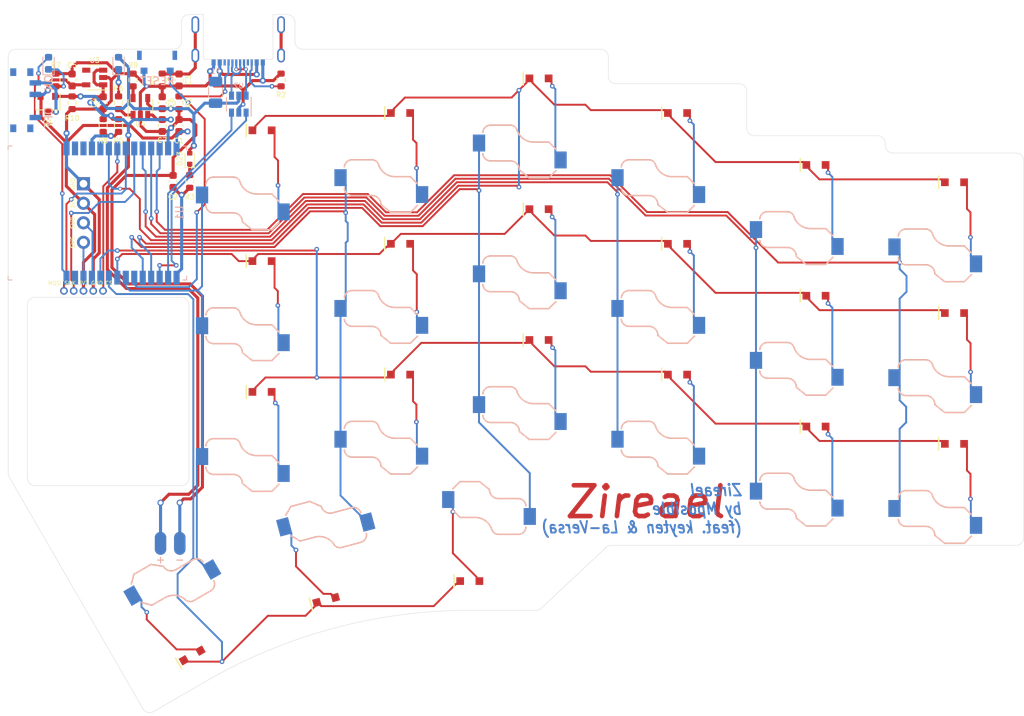
<source format=kicad_pcb>
(kicad_pcb (version 20211014) (generator pcbnew)
  (layers (0 "F.Cu" signal) (31 "B.Cu" signal) (34 "B.Paste" user) (35 "F.Paste" user) (36 "B.SilkS" user "B.Silkscreen") (37 "F.SilkS" user "F.Silkscreen") (38 "B.Mask" user) (39 "F.Mask" user) (44 "Edge.Cuts" user))
  (net 0 "")
  (net 1 "Net-(D1-Pad2)")
  (net 2 "ROW0")
  (net 3 "Net-(D2-Pad2)")
  (net 4 "Net-(D3-Pad2)")
  (net 5 "Net-(D4-Pad2)")
  (net 6 "Net-(D5-Pad2)")
  (net 7 "Net-(D6-Pad2)")
  (net 8 "Net-(D7-Pad2)")
  (net 9 "ROW1")
  (net 10 "Net-(D8-Pad2)")
  (net 11 "Net-(D9-Pad2)")
  (net 12 "Net-(D10-Pad2)")
  (net 13 "Net-(D11-Pad2)")
  (net 14 "Net-(D12-Pad2)")
  (net 15 "Net-(D13-Pad2)")
  (net 16 "ROW2")
  (net 17 "Net-(D14-Pad2)")
  (net 18 "Net-(D15-Pad2)")
  (net 19 "Net-(D16-Pad2)")
  (net 20 "Net-(D17-Pad2)")
  (net 21 "Net-(D18-Pad2)")
  (net 22 "ROW3")
  (net 23 "Net-(D20-Pad2)")
  (net 24 "Net-(D21-Pad2)")
  (net 25 "Net-(D22-Pad2)")
  (net 26 "COL0")
  (net 27 "COL1")
  (net 28 "COL2")
  (net 29 "COL3")
  (net 30 "COL4")
  (net 31 "COL5")
  (net 32 "Net-(J1-PadA5)")
  (net 33 "Net-(J1-PadB5)")
  (net 34 "VBAT")
  (net 35 "GND")
  (net 36 "+3V3")
  (net 37 "Net-(C2-Pad1)")
  (net 38 "GNDS")
  (net 39 "VBUS")
  (net 40 "REGBAT")
  (net 41 "Net-(D23-Pad1)")
  (net 42 "Net-(D24-Pad1)")
  (net 43 "BT_LED")
  (net 44 "Net-(F1-Pad2)")
  (net 45 "DBUS+")
  (net 46 "DBUS-")
  (net 47 "SWCLK")
  (net 48 "SWDIO")
  (net 49 "Net-(Q1-Pad3)")
  (net 50 "VSENSE")
  (net 51 "Net-(R9-Pad1)")
  (net 52 "RESET")
  (net 53 "D-")
  (net 54 "D+")
  (net 55 "Net-(R6-Pad1)")
  (net 56 "Net-(D25-Pad1)")
  (net 57 "MOSI")
  (net 58 "SCK")
  (net 59 "CS")
  (footprint "Capacitor_SMD:C_0603_1608Metric" (layer "F.Cu") (at 110.519893 69.24649 90)
    (fp_text reference "C6")
    (fp_text value "4.7uF")
  )
  (footprint "dao-choc-ble:Kailh_PG1350_hotswap" (layer "F.Cu") (at 112.061993 137.01719 -150)
    (fp_text reference "K22")
    (fp_text value "KEY_SWITCH" hide)
  )
  (footprint "Capacitor_SMD:C_0603_1608Metric" (layer "F.Cu") (at 111.932893 79.47149 90)
    (fp_text reference "C2")
    (fp_text value "10uF")
  )
  (footprint "dao-choc-ble:Hole_4.2mm" (layer "F.Cu") (at 204.785893 92.78149)
    (fp_text reference "H1" hide)
    (fp_text value "MountingHole 4.2mm" hide)
  )
  (footprint "dao-choc-ble:Kailh_PG1350_hotswap" (layer "F.Cu") (at 123.492893 94.53149)
    (fp_text reference "K12")
    (fp_text value "KEY_SWITCH" hide)
  )
  (footprint "dao-choc-ble:Kailh_PG1350_hotswap" (layer "F.Cu") (at 159.492893 70.78149)
    (fp_text reference "K4")
    (fp_text value "KEY_SWITCH" hide)
  )
  (footprint "Resistor_SMD:R_0603_1608Metric" (layer "F.Cu") (at 98.804893 69.24649 90)
    (fp_text reference "R10")
    (fp_text value "100k")
  )
  (footprint "dao-choc-ble:Kailh_PG1350_hotswap" (layer "F.Cu") (at 123.492893 111.53149)
    (fp_text reference "K18")
    (fp_text value "KEY_SWITCH" hide)
  )
  (footprint "Capacitor_SMD:C_0603_1608Metric" (layer "F.Cu") (at 112.699893 72.20649 90)
    (fp_text reference "C1")
    (fp_text value "10uF")
  )
  (footprint "dao-choc-ble:Kailh_PG1350_hotswap" (layer "F.Cu") (at 177.492893 109.28149)
    (fp_text reference "K15")
    (fp_text value "KEY_SWITCH" hide)
  )
  (footprint "dao-choc-ble:D_SOD-323" (layer "F.Cu") (at 114.411993 141.08749 30)
    (fp_text reference "D22" hide)
    (fp_text value "1N4148WS")
  )
  (footprint "Components:nice!view" (layer "F.Cu") (at 100.282893 93.700243)
    (fp_text reference "J3")
    (fp_text value "nice!view")
  )
  (footprint "dao-choc-ble:Kailh_PG1350_hotswap" (layer "F.Cu") (at 177.492893 92.28149)
    (fp_text reference "K9")
    (fp_text value "KEY_SWITCH" hide)
  )
  (footprint "dao-choc-ble:D_SOD-323" (layer "F.Cu") (at 213.492893 79.58149)
    (fp_text reference "D1" hide)
    (fp_text value "1N4148WS")
  )
  (footprint "dao-choc-ble:Kailh_PG1350_hotswap" (layer "F.Cu") (at 130.599893 129.33869 -165)
    (fp_text reference "K21")
    (fp_text value "KEY_SWITCH" hide)
  )
  (footprint "Resistor_SMD:R_0603_1608Metric" (layer "F.Cu") (at 114.089893 79.47149 -90)
    (fp_text reference "R3")
    (fp_text value "4.7")
  )
  (footprint "dao-choc-ble:Hole_4.2mm" (layer "F.Cu") (at 132.199893 86.03149)
    (fp_text reference "H2" hide)
    (fp_text value "MountingHole 4.2mm" hide)
  )
  (footprint "dao-choc-ble:Kailh_PG1350_hotswap" (layer "F.Cu") (at 141.492893 92.28149)
    (fp_text reference "K11")
    (fp_text value "KEY_SWITCH" hide)
  )
  (footprint "dao-choc-ble:D_SOD-323" (layer "F.Cu") (at 123.492893 106.83149)
    (fp_text reference "D18" hide)
    (fp_text value "1N4148WS")
  )
  (footprint "dao-choc-ble:Kailh_PG1350_hotswap" (layer "F.Cu") (at 141.492893 75.28149)
    (fp_text reference "K5")
    (fp_text value "KEY_SWITCH" hide)
  )
  (footprint "dao-choc-ble:D_SOD-323" (layer "F.Cu") (at 159.492893 83.08149)
    (fp_text reference "D10" hide)
    (fp_text value "1N4148WS")
  )
  (footprint "dao-choc-ble:D_SOD-323" (layer "F.Cu") (at 195.492893 94.33149)
    (fp_text reference "D8" hide)
    (fp_text value "1N4148WS")
  )
  (footprint "Capacitor_SMD:C_0603_1608Metric" (layer "F.Cu") (at 110.519893 72.20649 -90)
    (fp_text reference "C7")
    (fp_text value "4.7uF")
  )
  (footprint "dao-choc-ble:Hole_4.2mm" (layer "F.Cu") (at 117.534893 122.85299)
    (fp_text reference "H5" hide)
    (fp_text value "MountingHole 4.2mm" hide)
  )
  (footprint "dao-choc-ble:Kailh_PG1350_hotswap" (layer "F.Cu") (at 159.492893 87.78149)
    (fp_text reference "K10")
    (fp_text value "KEY_SWITCH" hide)
  )
  (footprint "Capacitor_SMD:C_0603_1608Metric" (layer "F.Cu") (at 102.842893 69.24649 -90)
    (fp_text reference "C4")
    (fp_text value "10uF")
  )
  (footprint "dao-choc-ble:D_SOD-323" (layer "F.Cu") (at 141.492893 70.58149)
    (fp_text reference "D5" hide)
    (fp_text value "1N4148WS")
  )
  (footprint "Diode_SMD:D_SOD-523" (layer "F.Cu") (at 114.089893 76.51149 90)
    (fp_text reference "D23")
    (fp_text value "1N5819W")
  )
  (footprint "dao-choc-ble:D_SOD-323" (layer "F.Cu") (at 141.492893 104.58149)
    (fp_text reference "D17" hide)
    (fp_text value "1N4148WS")
  )
  (footprint "dao-choc-ble:D_SOD-323" (layer "F.Cu") (at 123.492893 89.83149)
    (fp_text reference "D12" hide)
    (fp_text value "1N4148WS")
  )
  (footprint "dao-choc-ble:D_SOD-323" (layer "F.Cu") (at 195.492893 77.33149)
    (fp_text reference "D2" hide)
    (fp_text value "1N4148WS")
  )
  (footprint "dao-choc-ble:D_SOD-323" (layer "F.Cu") (at 213.492893 113.58149)
    (fp_text reference "D13" hide)
    (fp_text value "1N4148WS")
  )
  (footprint "dao-choc-ble:D_SOD-323" (layer "F.Cu") (at 141.492893 87.58149)
    (fp_text reference "D11" hide)
    (fp_text value "1N4148WS")
  )
  (footprint "Resistor_SMD:R_0603_1608Metric" (layer "F.Cu") (at 110.519893 66.28649 90)
    (fp_text reference "R4")
    (fp_text value "1M")
  )
  (footprint "dao-choc-ble:Kailh_PG1350_hotswap" (layer "F.Cu") (at 150.492893 126.71969 180)
    (fp_text reference "K20")
    (fp_text value "KEY_SWITCH" hide)
  )
  (footprint "dao-choc-ble:D_SOD-323" (layer "F.Cu") (at 195.492893 111.33149)
    (fp_text reference "D14" hide)
    (fp_text value "1N4148WS")
  )
  (footprint "dao-choc-ble:D_SOD-323" (layer "F.Cu") (at 177.492893 87.58149)
    (fp_text reference "D9" hide)
    (fp_text value "1N4148WS")
  )
  (footprint "Capacitor_SMD:C_0603_1608Metric" (layer "F.Cu") (at 98.804893 66.28649 90)
    (fp_text reference "C5")
    (fp_text value "10uF")
  )
  (footprint "dao-choc-ble:D_SOD-323" (layer "F.Cu") (at 131.815893 133.87849 15)
    (fp_text reference "D21" hide)
    (fp_text value "1N4148WS")
  )
  (footprint "Resistor_SMD:R_0603_1608Metric" (layer "F.Cu") (at 106.729893 66.28649 90)
    (fp_text reference "R9")
    (fp_text value "RPROG")
  )
  (footprint "dao-choc-ble:Kailh_PG1350_hotswap" (layer "F.Cu") (at 195.492893 82.03149)
    (fp_text reference "K2")
    (fp_text value "KEY_SWITCH" hide)
  )
  (footprint "Resistor_SMD:R_0603_1608Metric" (layer "F.Cu") (at 112.699893 69.24649 90)
    (fp_text reference "R1")
    (fp_text value "5.1k")
  )
  (footprint "dao-choc-ble:D_SOD-323" (layer "F.Cu") (at 150.492893 131.41969)
    (fp_text reference "D20" hide)
    (fp_text value "1N4148WS")
  )
  (footprint "dao-choc-ble:Kailh_PG1350_hotswap" (layer "F.Cu") (at 195.492893 99.03149)
    (fp_text reference "K8")
    (fp_text value "KEY_SWITCH" hide)
  )
  (footprint "dao-choc-ble:PROG" (layer "F.Cu") (at 100.282893 83.581495)
    (fp_text reference "J2" hide)
    (fp_text value "PROG")
  )
  (footprint "dao-choc-ble:Hole_4.2mm" (layer "F.Cu") (at 152.461893 115.72339)
    (fp_text reference "H4" hide)
    (fp_text value "MountingHole 4.2mm" hide)
  )
  (footprint "dao-choc-ble:Kailh_PG1350_hotswap" (layer "F.Cu") (at 177.492893 75.28149)
    (fp_text reference "K3")
    (fp_text value "KEY_SWITCH" hide)
  )
  (footprint "dao-choc-ble:D_SOD-323" (layer "F.Cu") (at 159.492893 100.08149)
    (fp_text reference "D16" hide)
    (fp_text value "1N4148WS")
  )
  (footprint "Package_TO_SOT_SMD:SOT-23-5" (layer "F.Cu") (at 107.679893 69.73149 90)
    (fp_text reference "U4")
    (fp_text value "MCP73831")
  )
  (footprint "Resistor_SMD:R_0603_1608Metric" (layer "F.Cu") (at 104.839893 72.20649 -90)
    (fp_text reference "R5")
    (fp_text value "806k")
  )
  (footprint "dao-choc-ble:Kailh_PG1350_hotswap" (layer "F.Cu") (at 159.492893 104.78149)
    (fp_text reference "K16")
    (fp_text value "KEY_SWITCH" hide)
  )
  (footprint "dao-choc-ble:Kailh_PG1350_hotswap" (layer "F.Cu") (at 195.492893 116.03149)
    (fp_text reference "K14")
    (fp_text value "KEY_SWITCH" hide)
  )
  (footprint "dao-choc-ble:Kailh_PG1350_hotswap" (layer "F.Cu") (at 123.492893 77.53149)
    (fp_text reference "K6")
    (fp_text value "KEY_SWITCH" hide)
  )
  (footprint "Resistor_SMD:R_0603_1608Metric" (layer "F.Cu") (at 104.839893 69.24649 90)
    (fp_text reference "R6")
    (fp_text value "1k")
  )
  (footprint "dao-choc-ble:D_SOD-323" (layer "F.Cu") (at 177.492893 104.58149)
    (fp_text reference "D15" hide)
    (fp_text value "1N4148WS")
  )
  (footprint "Resistor_SMD:R_0603_1608Metric" (layer "F.Cu") (at 96.702893 66.28649 -90)
    (fp_text reference "R7")
    (fp_text value "1k")
  )
  (footprint "dao-choc-ble:Kailh_PG1350_hotswap" (layer "F.Cu") (at 213.492893 84.28149)
    (fp_text reference "K1")
    (fp_text value "KEY_SWITCH" hide)
  )
  (footprint "dao-choc-ble:D_SOD-323" (layer "F.Cu") (at 159.492893 66.08149)
    (fp_text reference "D4" hide)
    (fp_text value "1N4148WS")
  )
  (footprint "dao-choc-ble:Hole_4.2mm" (layer "F.Cu") (at 204.785893 109.78149)
    (fp_text reference "H3" hide)
    (fp_text value "MountingHole 4.2mm" hide)
  )
  (footprint "dao-choc-ble:Kailh_PG1350_hotswap" (layer "F.Cu") (at 141.492893 109.28149)
    (fp_text reference "K17")
    (fp_text value "KEY_SWITCH" hide)
  )
  (footprint "Resistor_SMD:R_0603_1608Metric" (layer "F.Cu") (at 125.967893 66.28649 -90)
    (fp_text reference "R2")
    (fp_text value "5.1k")
  )
  (footprint "Package_TO_SOT_SMD:SOT-23-5" (layer "F.Cu") (at 101.742893 65.96649 180)
    (fp_text reference "U3")
    (fp_text value "XC6220")
  )
  (footprint "dao-choc-ble:Kailh_PG1350_hotswap" (layer "F.Cu") (at 213.492893 118.28149)
    (fp_text reference "K13")
    (fp_text value "KEY_SWITCH" hide)
  )
  (footprint "Package_TO_SOT_SMD:SOT-23" (layer "F.Cu") (at 95.654024 69.42149 -90)
    (fp_text reference "Q1")
    (fp_text value "AO3401A")
  )
  (footprint "dao-choc-ble:D_SOD-323" (layer "F.Cu") (at 213.492893 96.58149)
    (fp_text reference "D7" hide)
    (fp_text value "1N4148WS")
  )
  (footprint "dao-choc-ble:D_SOD-323" (layer "F.Cu") (at 123.492893 72.83149)
    (fp_text reference "D6" hide)
    (fp_text value "1N4148WS")
  )
  (footprint "Capacitor_SMD:C_0603_1608Metric" (layer "F.Cu") (at 112.699893 66.28649 90)
    (fp_text reference "C3")
    (fp_text value "1nF")
  )
  (footprint "Resistor_SMD:R_0603_1608Metric" (layer "F.Cu") (at 102.842893 72.20649 90)
    (fp_text reference "R8")
    (fp_text value "2M")
  )
  (footprint "dao-choc-ble:Kailh_PG1350_hotswap" (layer "F.Cu") (at 213.492893 101.28149)
    (fp_text reference "K7")
    (fp_text value "KEY_SWITCH" hide)
  )
  (footprint "dao-choc-ble:D_SOD-323" (layer "F.Cu") (at 177.492893 70.58149)
    (fp_text reference "D3" hide)
    (fp_text value "1N4148WS")
  )
  (footprint "dao-choc-ble:TS-1086E" (layer "B.Cu") (at 109.852893 62.781495 180)
    (fp_text reference "SW2" hide)
    (fp_text value "RESET")
  )
  (footprint "dao-choc-ble:USB-C_C168688" (layer "B.Cu") (at 120.392893 57.00649 180)
    (fp_text reference "J1" hide)
    (fp_text value "USB")
  )
  (footprint "dao-choc-ble:MINEW_MS88SF2" (layer "B.Cu") (at 90.492893 83.581495 -90)
    (fp_text reference "U1")
    (fp_text value "MS88SF2")
  )
  (footprint "LED_SMD:LED_0603_1608Metric" (layer "B.Cu") (at 95.742893 64.12149 90)
    (fp_text reference "D25" hide)
    (fp_text value "BLUE" hide)
  )
  (footprint "LED_SMD:LED_0603_1608Metric" (layer "B.Cu") (at 104.839893 64.12149 90)
    (fp_text reference "D24" hide)
    (fp_text value "RED" hide)
  )
  (footprint "dao-choc-ble:Battery" (layer "B.Cu") (at 111.549287 126.51719)
    (fp_text reference "BT1" hide)
    (fp_text value "Battery_Cell")
  )
  (footprint "Fuse:Fuse_1206_3216Metric" (layer "B.Cu") (at 117.449893 67.90149 90)
    (fp_text reference "F1")
    (fp_text value "500mA")
  )
  (footprint "dao-choc-ble:MSK-12C02" (layer "B.Cu") (at 90.992893 68.91649 -90)
    (fp_text reference "SW1" hide)
    (fp_text value "ON_OFF")
  )
  (footprint "Package_TO_SOT_SMD:SOT-23-6" (layer "B.Cu") (at 120.469893 69.43149 90)
    (fp_text reference "U2")
    (fp_text value "USBLC6-2SC6")
  )
  (gr_line (start 168.888363 126.781494) (end 221.492894 126.781494) (layer "Edge.Cuts") (width 0.05))
  (gr_arc (start 159.781393 134.949157) (mid 159.46518 135.149568) (end 159.097424 135.219646) (layer "Edge.Cuts") (width 0.05))
  (gr_arc (start 116.745013 144.128389) (mid 124.562882 140.327728) (end 132.799561 137.549018) (layer "Edge.Cuts") (width 0.05))
  (gr_line (start 150.492893 135.219646) (end 159.097424 135.219646) (layer "Edge.Cuts") (width 0.05))
  (gr_line (start 114.017893 57.781495) (end 115.867893 57.781495) (layer "Edge.Cuts") (width 0.05))
  (gr_line (start 113.992893 95.51899) (end 113.992893 118.01899) (layer "Edge.Cuts") (width 0.05))
  (gr_arc (start 169.492893 66.781495) (mid 168.785786 66.488602) (end 168.492893 65.781495) (layer "Edge.Cuts") (width 0.05))
  (gr_arc (start 187.492893 73.531495) (mid 186.785786 73.238602) (end 186.492893 72.531495) (layer "Edge.Cuts") (width 0.05))
  (gr_arc (start 113.017893 58.781495) (mid 113.310786 58.074388) (end 114.017893 57.781495) (layer "Edge.Cuts") (width 0.05))
  (gr_line (start 112.992893 94.51899) (end 93.992893 94.51899) (layer "Edge.Cuts") (width 0.05))
  (gr_arc (start 93.992893 119.01899) (mid 93.285786 118.726097) (end 92.992893 118.01899) (layer "Edge.Cuts") (width 0.05))
  (gr_arc (start 116.117893 63.60649) (mid 115.941116 63.533267) (end 115.867893 63.35649) (layer "Edge.Cuts") (width 0.05))
  (gr_line (start 90.626867 117.890296) (end 108.017792 148.012331) (layer "Edge.Cuts") (width 0.05))
  (gr_line (start 115.867893 57.781495) (end 115.867893 63.35649) (layer "Edge.Cuts") (width 0.05))
  (gr_arc (start 113.992893 118.01899) (mid 113.7 118.726097) (end 112.992893 119.01899) (layer "Edge.Cuts") (width 0.05))
  (gr_line (start 93.992893 119.01899) (end 112.992893 119.01899) (layer "Edge.Cuts") (width 0.05))
  (gr_arc (start 90.492893 63.281495) (mid 90.785786 62.574388) (end 91.492893 62.281495) (layer "Edge.Cuts") (width 0.05))
  (gr_arc (start 124.917893 63.35649) (mid 124.84467 63.533267) (end 124.667893 63.60649) (layer "Edge.Cuts") (width 0.05))
  (gr_line (start 126.767893 57.781495) (end 124.917893 57.781495) (layer "Edge.Cuts") (width 0.05))
  (gr_arc (start 128.767893 62.281495) (mid 128.060786 61.988602) (end 127.767893 61.281495) (layer "Edge.Cuts") (width 0.05))
  (gr_arc (start 92.992893 95.51899) (mid 93.285786 94.811883) (end 93.992893 94.51899) (layer "Edge.Cuts") (width 0.05))
  (gr_line (start 159.781393 134.949157) (end 168.204394 127.051983) (layer "Edge.Cuts") (width 0.05))
  (gr_line (start 186.492893 72.531495) (end 186.492893 67.781495) (layer "Edge.Cuts") (width 0.05))
  (gr_arc (start 126.767893 57.781495) (mid 127.475 58.074388) (end 127.767893 58.781495) (layer "Edge.Cuts") (width 0.05))
  (gr_arc (start 90.626867 117.890296) (mid 90.526967 117.649116) (end 90.492893 117.390297) (layer "Edge.Cuts") (width 0.05))
  (gr_line (start 168.492893 65.781495) (end 168.492893 63.281495) (layer "Edge.Cuts") (width 0.05))
  (gr_arc (start 205.492893 75.781494) (mid 204.785786 75.488601) (end 204.492893 74.781494) (layer "Edge.Cuts") (width 0.05))
  (gr_line (start 124.667893 63.60649) (end 116.117893 63.60649) (layer "Edge.Cuts") (width 0.05))
  (gr_line (start 222.492893 125.781494) (end 222.492893 76.781494) (layer "Edge.Cuts") (width 0.05))
  (gr_arc (start 203.492893 73.531495) (mid 204.2 73.824388) (end 204.492893 74.531495) (layer "Edge.Cuts") (width 0.05))
  (gr_line (start 185.492893 66.781495) (end 169.492893 66.781495) (layer "Edge.Cuts") (width 0.05))
  (gr_arc (start 112.992893 94.51899) (mid 113.7 94.811883) (end 113.992893 95.51899) (layer "Edge.Cuts") (width 0.05))
  (gr_arc (start 109.383821 148.378356) (mid 108.625 148.478258) (end 108.017792 148.012331) (layer "Edge.Cuts") (width 0.05))
  (gr_line (start 221.492893 75.781494) (end 205.492893 75.781494) (layer "Edge.Cuts") (width 0.05))
  (gr_arc (start 132.799561 137.549017) (mid 141.56989 135.80449) (end 150.492894 135.219645) (layer "Edge.Cuts") (width 0.05))
  (gr_arc (start 113.017893 61.281495) (mid 112.725 61.988602) (end 112.017893 62.281495) (layer "Edge.Cuts") (width 0.05))
  (gr_line (start 127.767893 58.781495) (end 127.767893 61.281495) (layer "Edge.Cuts") (width 0.05))
  (gr_line (start 204.492893 74.781495) (end 204.492893 74.531495) (layer "Edge.Cuts") (width 0.05))
  (gr_line (start 90.492893 117.390297) (end 90.492893 63.281495) (layer "Edge.Cuts") (width 0.05))
  (gr_line (start 112.017893 62.281495) (end 91.492893 62.281495) (layer "Edge.Cuts") (width 0.05))
  (gr_line (start 92.992893 118.01899) (end 92.992893 95.51899) (layer "Edge.Cuts") (width 0.05))
  (gr_line (start 113.017893 61.281495) (end 113.017893 58.781495) (layer "Edge.Cuts") (width 0.05))
  (gr_arc (start 168.204394 127.051983) (mid 168.520607 126.851572) (end 168.888363 126.781494) (layer "Edge.Cuts") (width 0.05))
  (gr_arc (start 167.492893 62.281495) (mid 168.2 62.574388) (end 168.492893 63.281495) (layer "Edge.Cuts") (width 0.05))
  (gr_line (start 109.383821 148.378356) (end 116.744993 144.128345) (layer "Edge.Cuts") (width 0.05))
  (gr_line (start 128.767893 62.281495) (end 167.492893 62.281495) (layer "Edge.Cuts") (width 0.05))
  (gr_arc (start 222.492893 125.781494) (mid 222.2 126.4886) (end 221.492894 126.781493) (layer "Edge.Cuts") (width 0.05))
  (gr_arc (start 185.492893 66.781495) (mid 186.2 67.074388) (end 186.492893 67.781495) (layer "Edge.Cuts") (width 0.05))
  (gr_line (start 203.492893 73.531495) (end 187.492893 73.531495) (layer "Edge.Cuts") (width 0.05))
  (gr_arc (start 221.492893 75.781494) (mid 222.2 76.074387) (end 222.492893 76.781494) (layer "Edge.Cuts") (width 0.05))
  (gr_line (start 124.917893 57.781495) (end 124.917893 63.35649) (layer "Edge.Cuts") (width 0.05))
  (gr_text "Zireael" (at 173.351993 121.14719) (layer "F.Cu") (effects (font (size 4 4) (thickness 0.6) italic)))
  (gr_text "Zireael\nby Mposible\n(feat. keyten & La-Versa)" (at 186.061993 122.01719) (layer "B.Cu") (effects (font (size 1.5 1.3) (thickness 0.25) italic) (justify left mirror)))
  (segment (start 215.117893 83.04199) (end 215.572993 83.49709) (width 0.25) (layer "F.Cu") (net 1))
  (segment (start 214.742893 79.58149) (end 215.117893 79.95649) (width 0.25) (layer "F.Cu") (net 1))
  (segment (start 215.117893 80.08149) (end 215.117893 83.04199) (width 0.25) (layer "F.Cu") (net 1))
  (segment (start 215.117893 79.95649) (end 215.117893 80.08149) (width 0.25) (layer "F.Cu") (net 1))
  (segment (start 215.572993 83.49709) (end 215.572993 86.73949) (width 0.25) (layer "F.Cu") (net 1))
  (via (at 215.572993 86.73949) (size 0.6) (drill 0.3) (layers "F.Cu" "B.Cu") (net 1))
  (segment (start 215.617893 89.08149) (end 215.617893 89.20649) (width 0.25) (layer "B.Cu") (net 1))
  (segment (start 215.617893 89.20649) (end 216.292893 90.18149) (width 0.25) (layer "B.Cu") (net 1))
  (segment (start 215.572993 86.73949) (end 215.617893 86.78439) (width 0.25) (layer "B.Cu") (net 1))
  (segment (start 215.617893 86.78439) (end 215.617893 89.08149) (width 0.25) (layer "B.Cu") (net 1))
  (segment (start 182.441093 76.95649) (end 176.617893 71.13329) (width 0.25) (layer "F.Cu") (net 2))
  (segment (start 139.052893 84.83429) (end 136.681453 82.46285) (width 0.25) (layer "F.Cu") (net 2))
  (segment (start 194.242893 77.33149) (end 193.867893 76.95649) (width 0.25) (layer "F.Cu") (net 2))
  (segment (start 158.617893 66.58149) (end 158.617893 66.45649) (width 0.25) (layer "F.Cu") (net 2))
  (segment (start 165.521193 69.50599) (end 161.490593 69.50599) (width 0.25) (layer "F.Cu") (net 2))
  (segment (start 176.617893 71.08149) (end 176.617893 70.95649) (width 0.25) (layer "F.Cu") (net 2))
  (segment (start 156.885092 67.616092) (end 157.867893 66.63329) (width 0.25) (layer "F.Cu") (net 2))
  (segment (start 175.867893 70.20649) (end 175.742893 70.20649) (width 0.25) (layer "F.Cu") (net 2))
  (segment (start 148.997655 80.029528) (end 144.192892 84.83429) (width 0.25) (layer "F.Cu") (net 2))
  (segment (start 194.617893 77.83149) (end 194.617893 77.70649) (width 0.25) (layer "F.Cu") (net 2))
  (segment (start 176.242893 70.58149) (end 175.867893 70.20649) (width 0.25) (layer "F.Cu") (net 2))
  (segment (start 193.867893 76.95649) (end 193.742893 76.95649) (width 0.25) (layer "F.Cu") (net 2))
  (segment (start 123.941093 70.95649) (end 122.617893 72.27969) (width 0.25) (layer "F.Cu") (net 2))
  (segment (start 106.283517 80.423517) (end 105.044017 80.423517) (width 0.25) (layer "F.Cu") (net 2))
  (segment (start 140.617893 70.02969) (end 142.076088 68.571494) (width 0.25) (layer "F.Cu") (net 2))
  (segment (start 176.617893 71.13329) (end 176.617893 71.08149) (width 0.25) (layer "F.Cu") (net 2))
  (segment (start 140.242893 70.58149) (end 140.617893 70.20649) (width 0.25) (layer "F.Cu") (net 2))
  (segment (start 107.611 81.751) (end 106.283517 80.423517) (width 0.25) (layer "F.Cu") (net 2))
  (segment (start 161.490593 69.50599) (end 158.617893 66.63329) (width 0.25) (layer "F.Cu") (net 2))
  (segment (start 156.710112 80.029528) (end 148.997655 80.029528) (width 0.25) (layer "F.Cu") (net 2))
  (segment (start 144.192892 84.83429) (end 139.052893 84.83429) (width 0.25) (layer "F.Cu") (net 2))
  (segment (start 194.617893 77.88329) (end 194.617893 77.83149) (width 0.25) (layer "F.Cu") (net 2))
  (segment (start 194.617893 77.70649) (end 194.242893 77.33149) (width 0.25) (layer "F.Cu") (net 2))
  (segment (start 158.617893 66.45649) (end 158.242893 66.08149) (width 0.25) (layer "F.Cu") (net 2))
  (segment (start 139.742893 70.95649) (end 123.941093 70.95649) (width 0.25) (layer "F.Cu") (net 2))
  (segment (start 166.221693 70.20649) (end 165.521193 69.50599) (width 0.25) (layer "F.Cu") (net 2))
  (segment (start 142.076088 68.571494) (end 155.929689 68.571494) (width 0.25) (layer "F.Cu") (net 2))
  (segment (start 122.617893 72.33149) (end 122.617893 72.45649) (width 0.25) (layer "F.Cu") (net 2))
  (segment (start 155.929689 68.571494) (end 156.885092 67.616092) (width 0.25) (layer "F.Cu") (net 2))
  (segment (start 175.742893 70.20649) (end 166.221693 70.20649) (width 0.25) (layer "F.Cu") (net 2))
  (segment (start 140.617893 70.20649) (end 140.617893 70.02969) (width 0.25) (layer "F.Cu") (net 2))
  (segment (start 122.617893 72.27969) (end 122.617893 72.33149) (width 0.25) (layer "F.Cu") (net 2))
  (segment (start 193.742893 76.95649) (end 182.441093 76.95649) (width 0.25) (layer "F.Cu") (net 2))
  (segment (start 157.867893 66.63329) (end 157.867893 66.45649) (width 0.25) (layer "F.Cu") (net 2))
  (segment (start 122.617893 72.45649) (end 122.242893 72.83149) (width 0.25) (layer "F.Cu") (net 2))
  (segment (start 211.742893 79.20649) (end 195.941093 79.20649) (width 0.25) (layer "F.Cu") (net 2))
  (segment (start 140.242893 70.58149) (end 139.867893 70.95649) (width 0.25) (layer "F.Cu") (net 2))
  (segment (start 195.941093 79.20649) (end 194.617893 77.88329) (width 0.25) (layer "F.Cu") (net 2))
  (segment (start 211.867893 79.20649) (end 211.742893 79.20649) (width 0.25) (layer "F.Cu") (net 2))
  (segment (start 158.617893 66.63329) (end 158.617893 66.58149) (width 0.25) (layer "F.Cu") (net 2))
  (segment (start 136.681453 82.46285) (end 129.375 82.46285) (width 0.25) (layer "F.Cu") (net 2))
  (segment (start 156.885092 80.204508) (end 156.710112 80.029528) (width 0.25) (layer "F.Cu") (net 2))
  (segment (start 124.72944 87.10841) (end 109.06141 87.10841) (width 0.25) (layer "F.Cu") (net 2))
  (segment (start 109.06141 87.10841) (end 107.611 85.658) (width 0.25) (layer "F.Cu") (net 2))
  (segment (start 176.617893 70.95649) (end 176.242893 70.58149) (width 0.25) (layer "F.Cu") (net 2))
  (segment (start 129.375 82.46285) (end 124.72944 87.10841) (width 0.25) (layer "F.Cu") (net 2))
  (segment (start 107.611 85.658) (end 107.611 81.751) (width 0.25) (layer "F.Cu") (net 2))
  (segment (start 139.867893 70.95649) (end 139.742893 70.95649) (width 0.25) (layer "F.Cu") (net 2))
  (segment (start 212.242893 79.58149) (end 211.867893 79.20649) (width 0.25) (layer "F.Cu") (net 2))
  (segment (start 157.867893 66.45649) (end 158.242893 66.08149) (width 0.25) (layer "F.Cu") (net 2))
  (via (at 105.044017 80.423517) (size 0.5) (drill 0.3) (layers "F.Cu" "B.Cu") (net 2))
  (via (at 156.885092 67.616092) (size 0.6) (drill 0.3) (layers "F.Cu" "B.Cu") (net 2))
  (via (at 156.885092 80.204508) (size 0.6) (drill 0.3) (layers "F.Cu" "B.Cu") (net 2))
  (segment (start 105.044017 80.423517) (end 104.173517 80.423517) (width 0.25) (layer "B.Cu") (net 2))
  (segment (start 156.885092 67.616092) (end 156.885092 80.204416) (width 0.25) (layer "B.Cu") (net 2))
  (segment (start 104.173517 80.423517) (end 103.582893 79.832893) (width 0.25) (layer "B.Cu") (net 2))
  (segment (start 103.582893 79.832893) (end 103.582893 75.181495) (width 0.25) (layer "B.Cu") (net 2))
  (segment (start 197.057593 77.83149) (end 197.057593 78.33149) (width 0.25) (layer "F.Cu") (net 3))
  (segment (start 196.742893 77.33149) (end 197.057593 77.70649) (width 0.25) (layer "F.Cu") (net 3))
  (segment (start 197.057593 77.70649) (end 197.057593 77.83149) (width 0.25) (layer "F.Cu") (net 3))
  (via (at 197.057593 78.33149) (size 0.6) (drill 0.3) (layers "F.Cu" "B.Cu") (net 3))
  (segment (start 197.057593 78.33149) (end 197.617893 78.89179) (width 0.25) (layer "B.Cu") (net 3))
  (segment (start 197.617893 78.89179) (end 197.617893 86.83149) (width 0.25) (layer "B.Cu") (net 3))
  (segment (start 197.617893 86.95649) (end 198.292893 87.93149) (width 0.25) (layer "B.Cu") (net 3))
  (segment (start 197.617893 86.83149) (end 197.617893 86.95649) (width 0.25) (layer "B.Cu") (net 3))
  (segment (start 178.742893 70.58149) (end 179.099493 70.95649) (width 0.25) (layer "F.Cu") (net 4))
  (segment (start 179.099493 71.08149) (end 179.099493 71.58149) (width 0.25) (layer "F.Cu") (net 4))
  (segment (start 179.099493 70.95649) (end 179.099493 71.08149) (width 0.25) (layer "F.Cu") (net 4))
  (via (at 179.099493 71.58149) (size 0.6) (drill 0.3) (layers "F.Cu" "B.Cu") (net 4))
  (segment (start 179.617893 72.09989) (end 179.617893 80.08149) (width 0.25) (layer "B.Cu") (net 4))
  (segment (start 179.617893 80.08149) (end 179.617893 80.20649) (width 0.25) (layer "B.Cu") (net 4))
  (segment (start 179.099493 71.58149) (end 179.617893 72.09989) (width 0.25) (layer "B.Cu") (net 4))
  (segment (start 179.617893 80.20649) (end 180.292893 81.18149) (width 0.25) (layer "B.Cu") (net 4))
  (segment (start 160.742893 66.08149) (end 161.117893 66.45649) (width 0.25) (layer "F.Cu") (net 5))
  (segment (start 161.117893 66.58149) (end 161.117893 66.98369) (width 0.25) (layer "F.Cu") (net 5))
  (segment (start 161.117893 66.98369) (end 161.215693 67.08149) (width 0.25) (layer "F.Cu") (net 5))
  (segment (start 161.117893 66.45649) (end 161.117893 66.58149) (width 0.25) (layer "F.Cu") (net 5))
  (via (at 161.215693 67.08149) (size 0.6) (drill 0.3) (layers "F.Cu" "B.Cu") (net 5))
  (segment (start 161.215693 67.08149) (end 161.617893 67.48369) (width 0.25) (layer "B.Cu") (net 5))
  (segment (start 161.617893 67.48369) (end 161.617893 75.58149) (width 0.25) (layer "B.Cu") (net 5))
  (segment (start 161.617893 75.70649) (end 162.292893 76.68149) (width 0.25) (layer "B.Cu") (net 5))
  (segment (start 161.617893 75.58149) (end 161.617893 75.70649) (width 0.25) (layer "B.Cu") (net 5))
  (segment (start 143.117893 74.04209) (end 143.572993 74.49719) (width 0.25) (layer "F.Cu") (net 6))
  (segment (start 143.117893 70.95649) (end 143.117893 71.08149) (width 0.25) (layer "F.Cu") (net 6))
  (segment (start 142.742893 70.58149) (end 143.117893 70.95649) (width 0.25) (layer "F.Cu") (net 6))
  (segment (start 143.572993 74.49719) (end 143.572993 77.73949) (width 0.25) (layer "F.Cu") (net 6))
  (segment (start 143.117893 71.08149) (end 143.117893 74.04209) (width 0.25) (layer "F.Cu") (net 6))
  (via (at 143.572993 77.73949) (size 0.6) (drill 0.3) (layers "F.Cu" "B.Cu") (net 6))
  (segment (start 143.572993 77.73949) (end 143.617893 77.78439) (width 0.25) (layer "B.Cu") (net 6))
  (segment (start 143.617893 80.20649) (end 144.292893 81.18149) (width 0.25) (layer "B.Cu") (net 6))
  (segment (start 143.617893 80.08149) (end 143.617893 80.20649) (width 0.25) (layer "B.Cu") (net 6))
  (segment (start 143.617893 77.78439) (end 143.617893 80.08149) (width 0.25) (layer "B.Cu") (net 6))
  (segment (start 125.572993 76.74709) (end 125.572993 79.98949) (width 0.25) (layer "F.Cu") (net 7))
  (segment (start 125.117893 73.20649) (end 125.117893 73.33149) (width 0.25) (layer "F.Cu") (net 7))
  (segment (start 125.117893 73.33149) (end 125.117893 76.29199) (width 0.25) (layer "F.Cu") (net 7))
  (segment (start 124.742893 72.83149) (end 125.117893 73.20649) (width 0.25) (layer "F.Cu") (net 7))
  (segment (start 125.117893 76.29199) (end 125.572993 76.74709) (width 0.25) (layer "F.Cu") (net 7))
  (via (at 125.572993 79.98949) (size 0.6) (drill 0.3) (layers "F.Cu" "B.Cu") (net 7))
  (segment (start 125.572993 79.98949) (end 125.617893 80.03439) (width 0.25) (layer "B.Cu") (net 7))
  (segment (start 125.617893 82.45649) (end 126.292893 83.43149) (width 0.25) (layer "B.Cu") (net 7))
  (segment (start 125.617893 80.03439) (end 125.617893 82.33149) (width 0.25) (layer "B.Cu") (net 7))
  (segment (start 125.617893 82.33149) (end 125.617893 82.45649) (width 0.25) (layer "B.Cu") (net 7))
  (segment (start 215.583193 100.50729) (end 215.583193 104.24659) (width 0.25) (layer "F.Cu") (net 8))
  (segment (start 215.117893 100.04199) (end 215.583193 100.50729) (width 0.25) (layer "F.Cu") (net 8))
  (segment (start 215.117893 96.95649) (end 215.117893 97.08149) (width 0.25) (layer "F.Cu") (net 8))
  (segment (start 214.742893 96.58149) (end 215.117893 96.95649) (width 0.25) (layer "F.Cu") (net 8))
  (segment (start 215.117893 97.08149) (end 215.117893 100.04199) (width 0.25) (layer "F.Cu") (net 8))
  (via (at 215.583193 104.24659) (size 0.6) (drill 0.3) (layers "F.Cu" "B.Cu") (net 8))
  (segment (start 215.583193 104.24659) (end 215.617893 104.28129) (width 0.25) (layer "B.Cu") (net 8))
  (segment (start 215.617893 106.20649) (end 216.292893 107.18149) (width 0.25) (layer "B.Cu") (net 8))
  (segment (start 215.617893 104.28129) (end 215.617893 106.08149) (width 0.25) (layer "B.Cu") (net 8))
  (segment (start 215.617893 106.08149) (end 215.617893 106.20649) (width 0.25) (layer "B.Cu") (net 8))
  (segment (start 194.617893 94.83149) (end 194.617893 94.70649) (width 0.25) (layer "F.Cu") (net 9))
  (segment (start 139.691093 87.95649) (end 138.741093 88.90649) (width 0.25) (layer "F.Cu") (net 9))
  (segment (start 140.242893 87.58149) (end 139.867893 87.95649) (width 0.25) (layer "F.Cu") (net 9))
  (segment (start 122.991093 88.90649) (end 122.617893 89.27969) (width 0.25) (layer "F.Cu") (net 9))
  (segment (start 122.617893 89.45649) (end 122.242893 89.83149) (width 0.25) (layer "F.Cu") (net 9))
  (segment (start 141.530093 86.29429) (end 140.242893 87.58149) (width 0.25) (layer "F.Cu") (net 9))
  (segment (start 166.221693 87.20649) (end 165.521193 86.50599) (width 0.25) (layer "F.Cu") (net 9))
  (segment (start 122.617893 89.27969) (end 122.617893 89.33149) (width 0.25) (layer "F.Cu") (net 9))
  (segment (start 176.617893 87.95649) (end 176.242893 87.58149) (width 0.25) (layer "F.Cu") (net 9))
  (segment (start 175.867893 87.20649) (end 175.742893 87.20649) (width 0.25) (layer "F.Cu") (net 9))
  (segment (start 176.617893 88.08149) (end 176.617893 87.95649) (width 0.25) (layer "F.Cu") (net 9))
  (segment (start 158.617893 83.45649) (end 158.242893 83.08149) (width 0.25) (layer "F.Cu") (net 9))
  (segment (start 139.867893 87.95649) (end 139.742893 87.95649) (width 0.25) (layer "F.Cu") (net 9))
  (segment (start 138.741093 88.90649) (end 122.991093 88.90649) (width 0.25) (layer "F.Cu") (net 9))
  (segment (start 195.941093 96.20649) (end 194.617893 94.88329) (width 0.25) (layer "F.Cu") (net 9))
  (segment (start 211.867893 96.20649) (end 211.742893 96.20649) (width 0.25) (layer "F.Cu") (net 9))
  (segment (start 194.242893 94.33149) (end 193.867893 93.95649) (width 0.25) (layer "F.Cu") (net 9))
  (segment (start 193.867893 93.95649) (end 193.742893 93.95649) (width 0.25) (layer "F.Cu") (net 9))
  (segment (start 175.742893 87.20649) (end 166.221693 87.20649) (width 0.25) (layer "F.Cu") (net 9))
  (segment (start 176.617893 88.13329) (end 176.617893 88.08149) (width 0.25) (layer "F.Cu") (net 9))
  (segment (start 182.441093 93.95649) (end 176.617893 88.13329) (width 0.25) (layer "F.Cu") (net 9))
  (segment (start 158.617893 83.63329) (end 158.617893 83.58149) (width 0.25) (layer "F.Cu") (net 9))
  (segment (start 194.617893 94.70649) (end 194.242893 94.33149) (width 0.25) (layer "F.Cu") (net 9))
  (segment (start 122.242893 89.83149) (end 120.47049 89.83149) (width 0.25) (layer "F.Cu") (net 9))
  (segment (start 194.617893 94.88329) (end 194.617893 94.83149) (width 0.25) (layer "F.Cu") (net 9))
  (segment (start 212.242893 96.58149) (end 211.867893 96.20649) (width 0.25) (layer "F.Cu") (net 9))
  (segment (start 158.617893 83.58149) (end 158.617893 83.45649) (width 0.25) (layer "F.Cu") (net 9))
  (segment (start 139.742893 87.95649) (end 139.691093 87.95649) (width 0.25) (layer "F.Cu") (net 9))
  (segment (start 122.617893 89.33149) (end 122.617893 89.45649) (width 0.25) (layer "F.Cu") (net 9))
  (segment (start 119.54549 88.90649) (end 105.325403 88.90649) (width 0.25) (layer "F.Cu") (net 9))
  (segment (start 105.325403 88.90649) (end 104.682893 89.549) (width 0.25) (layer "F.Cu") (net 9))
  (segment (start 193.742893 93.95649) (end 182.441093 93.95649) (width 0.25) (layer "F.Cu") (net 9))
  (segment (start 211.742893 96.20649) (end 195.941093 96.20649) (width 0.25) (layer "F.Cu") (net 9))
  (segment (start 165.521193 86.50599) (end 161.490593 86.50599) (width 0.25) (layer "F.Cu") (net 9))
  (segment (start 120.47049 89.83149) (end 119.54549 88.90649) (width 0.25) (layer "F.Cu") (net 9))
  (segment (start 155.030093 86.29429) (end 141.530093 86.29429) (width 0.25) (layer "F.Cu") (net 9))
  (segment (start 158.242893 83.08149) (end 155.030093 86.29429) (width 0.25) (layer "F.Cu") (net 9))
  (segment (start 176.242893 87.58149) (end 175.867893 87.20649) (width 0.25) (layer "F.Cu") (net 9))
  (segment (start 161.490593 86.50599) (end 158.617893 83.63329) (width 0.25) (layer "F.Cu") (net 9))
  (via (at 104.682893 89.549) (size 0.6) (drill 0.3) (layers "F.Cu" "B.Cu") (net 9))
  (segment (start 104.682893 91.981495) (end 104.682893 89.549) (width 0.25) (layer "B.Cu") (net 9))
  (segment (start 197.057793 94.83149) (end 197.057793 95.33149) (width 0.25) (layer "F.Cu") (net 10))
  (segment (start 196.742893 94.33149) (end 197.057793 94.70649) (width 0.25) (layer "F.Cu") (net 10))
  (segment (start 197.057793 94.70649) (end 197.057793 94.83149) (width 0.25) (layer "F.Cu") (net 10))
  (via (at 197.057793 95.33149) (size 0.6) (drill 0.3) (layers "F.Cu" "B.Cu") (net 10))
  (segment (start 197.617893 103.95649) (end 198.292893 104.93149) (width 0.25) (layer "B.Cu") (net 10))
  (segment (start 197.617893 103.83149) (end 197.617893 103.95649) (width 0.25) (layer "B.Cu") (net 10))
  (segment (start 197.617893 95.89159) (end 197.617893 103.83149) (width 0.25) (layer "B.Cu") (net 10))
  (segment (start 197.057793 95.33149) (end 197.617893 95.89159) (width 0.25) (layer "B.Cu") (net 10))
  (segment (start 178.742893 87.58149) (end 179.099493 87.95649) (width 0.25) (layer "F.Cu") (net 11))
  (segment (start 179.099493 88.08149) (end 179.099493 88.58149) (width 0.25) (layer "F.Cu") (net 11))
  (segment (start 179.099493 87.95649) (end 179.099493 88.08149) (width 0.25) (layer "F.Cu") (net 11))
  (via (at 179.099493 88.58149) (size 0.6) (drill 0.3) (layers "F.Cu" "B.Cu") (net 11))
  (segment (start 179.617893 97.20649) (end 180.292893 98.18149) (width 0.25) (layer "B.Cu") (net 11))
  (segment (start 179.617893 97.08149) (end 179.617893 97.20649) (width 0.25) (layer "B.Cu") (net 11))
  (segment (start 179.617893 89.09989) (end 179.617893 97.08149) (width 0.25) (layer "B.Cu") (net 11))
  (segment (start 179.099493 88.58149) (end 179.617893 89.09989) (width 0.25) (layer "B.Cu") (net 11))
  (segment (start 161.117893 84.00199) (end 161.197393 84.08149) (width 0.25) (layer "F.Cu") (net 12))
  (segment (start 160.742893 83.08149) (end 161.117893 83.45649) (width 0.25) (layer "F.Cu") (net 12))
  (segment (start 161.117893 83.58149) (end 161.117893 84.00199) (width 0.25) (layer "F.Cu") (net 12))
  (segment (start 161.117893 83.45649) (end 161.117893 83.58149) (width 0.25) (layer "F.Cu") (net 12))
  (via (at 161.197393 84.08149) (size 0.6) (drill 0.3) (layers "F.Cu" "B.Cu") (net 12))
  (segment (start 161.617893 92.58149) (end 161.617893 92.70649) (width 0.25) (layer "B.Cu") (net 12))
  (segment (start 161.617893 84.50199) (end 161.617893 92.58149) (width 0.25) (layer "B.Cu") (net 12))
  (segment (start 161.197393 84.08149) (end 161.617893 84.50199) (width 0.25) (layer "B.Cu") (net 12))
  (segment (start 161.617893 92.70649) (end 162.292893 93.68149) (width 0.25) (layer "B.Cu") (net 12))
  (segment (start 143.117893 87.95649) (end 143.117893 88.08149) (width 0.25) (layer "F.Cu") (net 13))
  (segment (start 143.605893 91.52999) (end 143.605893 96.44079) (width 0.25) (layer "F.Cu") (net 13))
  (segment (start 142.742893 87.58149) (end 143.117893 87.95649) (width 0.25) (layer "F.Cu") (net 13))
  (segment (start 143.117893 91.04199) (end 143.605893 91.52999) (width 0.25) (layer "F.Cu") (net 13))
  (segment (start 143.117893 88.08149) (end 143.117893 91.04199) (width 0.25) (layer "F.Cu") (net 13))
  (via (at 143.605893 96.44079) (size 0.6) (drill 0.3) (layers "F.Cu" "B.Cu") (net 13))
  (segment (start 143.617893 97.20649) (end 144.292893 98.18149) (width 0.25) (layer "B.Cu") (net 13))
  (segment (start 143.617893 96.45279) (end 143.617893 97.08149) (width 0.25) (layer "B.Cu") (net 13))
  (segment (start 143.605893 96.44079) (end 143.617893 96.45279) (width 0.25) (layer "B.Cu") (net 13))
  (segment (start 143.617893 97.08149) (end 143.617893 97.20649) (width 0.25) (layer "B.Cu") (net 13))
  (segment (start 125.117893 90.33149) (end 125.117893 93.29199) (width 0.25) (layer "F.Cu") (net 14))
  (segment (start 125.117893 93.29199) (end 125.546393 93.72049) (width 0.25) (layer "F.Cu") (net 14))
  (segment (start 125.546393 93.72049) (end 125.546393 95.59539) (width 0.25) (layer "F.Cu") (net 14))
  (segment (start 125.117893 90.20649) (end 125.117893 90.33149) (width 0.25) (layer "F.Cu") (net 14))
  (segment (start 124.742893 89.83149) (end 125.117893 90.20649) (width 0.25) (layer "F.Cu") (net 14))
  (via (at 125.546393 95.59539) (size 0.6) (drill 0.3) (layers "F.Cu" "B.Cu") (net 14))
  (segment (start 125.546393 95.59539) (end 125.617893 95.66689) (width 0.25) (layer "B.Cu") (net 14))
  (segment (start 125.617893 99.33149) (end 125.617893 99.45649) (width 0.25) (layer "B.Cu") (net 14))
  (segment (start 125.617893 99.45649) (end 126.292893 100.43149) (width 0.25) (layer "B.Cu") (net 14))
  (segment (start 125.617893 95.66689) (end 125.617893 99.33149) (width 0.25) (layer "B.Cu") (net 14))
  (segment (start 215.117893 117.04199) (end 215.572993 117.49709) (width 0.25) (layer "F.Cu") (net 15))
  (segment (start 215.117893 114.08149) (end 215.117893 117.04199) (width 0.25) (layer "F.Cu") (net 15))
  (segment (start 215.117893 113.95649) (end 215.117893 114.08149) (width 0.25) (layer "F.Cu") (net 15))
  (segment (start 214.742893 113.58149) (end 215.117893 113.95649) (width 0.25) (layer "F.Cu") (net 15))
  (segment (start 215.572993 117.49709) (end 215.572993 120.73949) (width 0.25) (layer "F.Cu") (net 15))
  (via (at 215.572993 120.73949) (size 0.6) (drill 0.3) (layers "F.Cu" "B.Cu") (net 15))
  (segment (start 215.617893 120.78439) (end 215.617893 123.08149) (width 0.25) (layer "B.Cu") (net 15))
  (segment (start 215.572993 120.73949) (end 215.617893 120.78439) (width 0.25) (layer "B.Cu") (net 15))
  (segment (start 215.617893 123.20649) (end 216.292893 124.18149) (width 0.25) (layer "B.Cu") (net 15))
  (segment (start 215.617893 123.08149) (end 215.617893 123.20649) (width 0.25) (layer "B.Cu") (net 15))
  (segment (start 176.617893 104.95649) (end 176.242893 104.58149) (width 0.25) (layer "F.Cu") (net 16))
  (segment (start 166.221693 104.20649) (end 165.521193 103.50599) (width 0.25) (layer "F.Cu") (net 16))
  (segment (start 158.617893 100.63329) (end 158.617893 100.58149) (width 0.25) (layer "F.Cu") (net 16))
  (segment (start 193.867893 110.95649) (end 193.742893 110.95649) (width 0.25) (layer "F.Cu") (net 16))
  (segment (start 194.617893 111.88329) (end 194.617893 111.83149) (width 0.25) (layer "F.Cu") (net 16))
  (segment (start 175.742893 104.20649) (end 166.221693 104.20649) (width 0.25) (layer "F.Cu") (net 16))
  (segment (start 140.617893 104.20649) (end 140.242893 104.58149) (width 0.25) (layer "F.Cu") (net 16))
  (segment (start 176.617893 105.13329) (end 176.617893 105.08149) (width 0.25) (layer "F.Cu") (net 16))
  (segment (start 140.617893 104.08149) (end 140.617893 104.20649) (width 0.25) (layer "F.Cu") (net 16))
  (segment (start 140.617893 104.02969) (end 140.617893 104.08149) (width 0.25) (layer "F.Cu") (net 16))
  (segment (start 194.242893 111.33149) (end 193.867893 110.95649) (width 0.25) (layer "F.Cu") (net 16))
  (segment (start 194.617893 111.83149) (end 194.617893 111.70649) (width 0.25) (layer "F.Cu") (net 16))
  (segment (start 182.441093 110.95649) (end 176.617893 105.13329) (width 0.25) (layer "F.Cu") (net 16))
  (segment (start 144.191093 100.45649) (end 140.617893 104.02969) (width 0.25) (layer "F.Cu") (net 16))
  (segment (start 193.742893 110.95649) (end 182.441093 110.95649) (width 0.25) (layer "F.Cu") (net 16))
  (segment (start 157.867893 100.45649) (end 157.742893 100.45649) (width 0.25) (layer "F.Cu") (net 16))
  (segment (start 158.617893 100.58149) (end 158.617893 100.45649) (width 0.25) (layer "F.Cu") (net 16))
  (segment (start 158.617893 100.45649) (end 158.242893 100.08149) (width 0.25) (layer "F.Cu") (net 16))
  (segment (start 194.617893 111.70649) (end 194.242893 111.33149) (width 0.25) (layer "F.Cu") (net 16))
  (segment (start 130.427913 88.45697) (end 130.602893 88.28199) (width 0.25) (layer "F.Cu") (net 16))
  (segment (start 130.602893 88.45697) (end 104.682893 88.45697) (width 0.25) (layer "F.Cu") (net 16))
  (segment (start 176.617893 105.08149) (end 176.617893 104.95649) (width 0.25) (layer "F.Cu") (net 16))
  (segment (start 161.490593 103.50599) (end 158.617893 100.63329) (width 0.25) (layer "F.Cu") (net 16))
  (segment (start 122.617893 106.27969) (end 123.941093 104.95649) (width 0.25) (layer "F.Cu") (net 16))
  (segment (start 157.742893 100.45649) (end 144.191093 100.45649) (width 0.25) (layer "F.Cu") (net 16))
  (segment (start 122.242893 106.83149) (end 122.617893 106.45649) (width 0.25) (layer "F.Cu") (net 16))
  (segment (start 139.867893 104.95649) (end 140.242893 104.58149) (width 0.25) (layer "F.Cu") (net 16))
  (segment (start 122.617893 106.45649) (end 122.617893 106.27969) (width 0.25) (layer "F.Cu") (net 16))
  (segment (start 175.867893 104.20649) (end 175.742893 104.20649) (width 0.25) (layer "F.Cu") (net 16))
  (segment (start 123.941093 104.95649) (end 139.867893 104.95649) (width 0.25) (layer "F.Cu") (net 16))
  (segment (start 165.521193 103.50599) (end 161.490593 103.50599) (width 0.25) (layer "F.Cu") (net 16))
  (segment (start 212.242893 113.58149) (end 211.867893 113.20649) (width 0.25) (layer "F.Cu") (net 16))
  (segment (start 176.242893 104.58149) (end 175.867893 104.20649) (width 0.25) (layer "F.Cu") (net 16))
  (segment (start 158.242893 100.08149) (end 157.867893 100.45649) (width 0.25) (layer "F.Cu") (net 16))
  (segment (start 211.867893 113.20649) (end 211.742893 113.20649) (width 0.25) (layer "F.Cu") (net 16))
  (segment (start 195.941093 113.20649) (end 194.617893 111.88329) (width 0.25) (layer "F.Cu") (net 16))
  (segment (start 211.742893 113.20649) (end 195.941093 113.20649) (width 0.25) (layer "F.Cu") (net 16))
  (via (at 130.602893 88.28199) (size 0.6) (drill 0.3) (layers "F.Cu" "B.Cu") (net 16))
  (via (at 104.682893 88.45697) (size 0.6) (drill 0.3) (layers "F.Cu" "B.Cu") (net 16))
  (via (at 130.602893 104.95649) (size 0.6) (drill 0.3) (layers "F.Cu" "B.Cu") (net 16))
  (segment (start 102.482893 89.504107) (end 103.53003 88.45697) (width 0.25) (layer "B.Cu") (net 16))
  (segment (start 130.602893 88.28199) (end 130.602893 104.95649) (width 0.25) (layer "B.Cu") (net 16))
  (segment (start 103.53003 88.45697) (end 104.682893 88.45697) (width 0.25) (layer "B.Cu") (net 16))
  (segment (start 102.482893 91.981495) (end 102.482893 89.504107) (width 0.25) (layer "B.Cu") (net 16))
  (segment (start 197.057593 111.83149) (end 197.057593 112.33149) (width 0.25) (layer "F.Cu") (net 17))
  (segment (start 197.057593 111.70649) (end 197.057593 111.83149) (width 0.25) (layer "F.Cu") (net 17))
  (segment (start 196.742893 111.33149) (end 197.057593 111.70649) (width 0.25) (layer "F.Cu") (net 17))
  (via (at 197.057593 112.33149) (size 0.6) (drill 0.3) (layers "F.Cu" "B.Cu") (net 17))
  (segment (start 197.057593 112.33149) (end 197.617893 112.89179) (width 0.25) (layer "B.Cu") (net 17))
  (segment (start 197.617893 120.95649) (end 198.292893 121.93149) (width 0.25) (layer "B.Cu") (net 17))
  (segment (start 197.617893 120.83149) (end 197.617893 120.95649) (width 0.25) (layer "B.Cu") (net 17))
  (segment (start 197.617893 112.89179) (end 197.617893 120.83149) (width 0.25) (layer "B.Cu") (net 17))
  (segment (start 178.742893 104.58149) (end 179.099493 104.95649) (width 0.25) (layer "F.Cu") (net 18))
  (segment (start 179.099493 105.08149) (end 179.099493 105.58149) (width 0.25) (layer "F.Cu") (net 18))
  (segment (start 179.099493 104.95649) (end 179.099493 105.08149) (width 0.25) (layer "F.Cu") (net 18))
  (via (at 179.099493 105.58149) (size 0.6) (drill 0.3) (layers "F.Cu" "B.Cu") (net 18))
  (segment (start 179.617893 106.09989) (end 179.617893 114.08149) (width 0.25) (layer "B.Cu") (net 18))
  (segment (start 179.617893 114.08149) (end 179.617893 114.20649) (width 0.25) (layer "B.Cu") (net 18))
  (segment (start 179.099493 105.58149) (end 179.617893 106.09989) (width 0.25) (layer "B.Cu") (net 18))
  (segment (start 179.617893 114.20649) (end 180.292893 115.18149) (width 0.25) (layer "B.Cu") (net 18))
  (segment (start 160.742893 100.08149) (end 161.117893 100.45649) (width 0.25) (layer "F.Cu") (net 19))
  (segment (start 161.117893 100.45649) (end 161.117893 100.58149) (width 0.25) (layer "F.Cu") (net 19))
  (segment (start 161.117893 100.94399) (end 161.255393 101.08149) (width 0.25) (layer "F.Cu") (net 19))
  (segment (start 161.117893 100.58149) (end 161.117893 100.94399) (width 0.25) (layer "F.Cu") (net 19))
  (via (at 161.255393 101.08149) (size 0.6) (drill 0.3) (layers "F.Cu" "B.Cu") (net 19))
  (segment (start 161.255393 101.08149) (end 161.617893 101.44399) (width 0.25) (layer "B.Cu") (net 19))
  (segment (start 161.617893 101.44399) (end 161.617893 109.58149) (width 0.25) (layer "B.Cu") (net 19))
  (segment (start 161.617893 109.70649) (end 162.292893 110.68149) (width 0.25) (layer "B.Cu") (net 19))
  (segment (start 161.617893 109.58149) (end 161.617893 109.70649) (width 0.25) (layer "B.Cu") (net 19))
  (segment (start 143.117893 105.08149) (end 143.117893 108.04199) (width 0.25) (layer "F.Cu") (net 20))
  (segment (start 143.554393 108.47849) (end 143.554393 110.73079) (width 0.25) (layer "F.Cu") (net 20))
  (segment (start 142.742893 104.58149) (end 143.117893 104.95649) (width 0.25) (layer "F.Cu") (net 20))
  (segment (start 143.117893 104.95649) (end 143.117893 105.08149) (width 0.25) (layer "F.Cu") (net 20))
  (segment (start 143.117893 108.04199) (end 143.554393 108.47849) (width 0.25) (layer "F.Cu") (net 20))
  (via (at 143.554393 110.73079) (size 0.6) (drill 0.3) (layers "F.Cu" "B.Cu") (net 20))
  (segment (start 143.554393 110.73079) (end 143.617893 110.79429) (width 0.25) (layer "B.Cu") (net 20))
  (segment (start 143.617893 114.08149) (end 143.617893 114.20649) (width 0.25) (layer "B.Cu") (net 20))
  (segment (start 143.617893 110.79429) (end 143.617893 114.08149) (width 0.25) (layer "B.Cu") (net 20))
  (segment (start 143.617893 114.20649) (end 144.292893 115.18149) (width 0.25) (layer "B.Cu") (net 20))
  (segment (start 125.117893 107.20649) (end 125.117893 107.33149) (width 0.25) (layer "F.Cu") (net 21))
  (segment (start 125.117893 108.16269) (end 125.214893 108.25969) (width 0.25) (layer "F.Cu") (net 21))
  (segment (start 125.117893 107.33149) (end 125.117893 108.16269) (width 0.25) (layer "F.Cu") (net 21))
  (segment (start 124.742893 106.83149) (end 125.117893 107.20649) (width 0.25) (layer "F.Cu") (net 21))
  (via (at 125.214893 108.25969) (size 0.6) (drill 0.3) (layers "F.Cu" "B.Cu") (net 21))
  (segment (start 125.617893 108.66269) (end 125.617893 116.33149) (width 0.25) (layer "B.Cu") (net 21))
  (segment (start 125.617893 116.33149) (end 125.617893 116.45649) (width 0.25) (layer "B.Cu") (net 21))
  (segment (start 125.214893 108.25969) (end 125.617893 108.66269) (width 0.25) (layer "B.Cu") (net 21))
  (segment (start 125.617893 116.45649) (end 126.292893 117.43149) (width 0.25) (layer "B.Cu") (net 21))
  (segment (start 131.067793 134.46719) (end 130.608493 134.20199) (width 0.25) (layer "F.Cu") (net 22))
  (segment (start 113.507161 141.89019) (end 118.288993 141.89019) (width 0.25) (layer "F.Cu") (net 22))
  (segment (start 145.809493 134.67629) (end 131.170893 134.67629) (width 0.25) (layer "F.Cu") (net 22))
  (segment (start 131.170893 134.67629) (end 131.100193 134.60559) (width 0.25) (layer "F.Cu") (net 22))
  (segment (start 113.329461 141.71249) (end 113.507161 141.89019) (width 0.25) (layer "F.Cu") (net 22))
  (segment (start 118.288993 141.89019) (end 124.247693 135.93149) (width 0.25) (layer "F.Cu") (net 22))
  (segment (start 148.867893 131.79469) (end 148.742893 131.79469) (width 0.25) (layer "F.Cu") (net 22))
  (segment (start 148.691093 131.79469) (end 145.809493 134.67629) (width 0.25) (layer "F.Cu") (net 22))
  (segment (start 131.100193 134.58789) (end 131.067793 134.46719) (width 0.25) (layer "F.Cu") (net 22))
  (segment (start 131.100193 134.60559) (end 131.100193 134.58789) (width 0.25) (layer "F.Cu") (net 22))
  (segment (start 148.742893 131.79469) (end 148.691093 131.79469) (width 0.25) (layer "F.Cu") (net 22))
  (segment (start 130.608486 134.458956) (end 130.608486 134.202014) (width 0.25) (layer "F.Cu") (net 22))
  (segment (start 124.247693 135.93149) (end 129.135952 135.93149) (width 0.25) (layer "F.Cu") (net 22))
  (segment (start 149.242893 131.41969) (end 148.867893 131.79469) (width 0.25) (layer "F.Cu") (net 22))
  (segment (start 130.608493 134.20199) (end 130.309093 134.53389) (width 0.25) (layer "F.Cu") (net 22))
  (segment (start 129.135952 135.93149) (end 130.608486 134.458956) (width 0.25) (layer "F.Cu") (net 22))
  (via (at 118.288993 141.89019) (size 0.6) (drill 0.3) (layers "F.Cu" "B.Cu") (net 22))
  (segment (start 103.582893 93.155893) (end 104.54081 94.11381) (width 0.25) (layer "B.Cu") (net 22))
  (segment (start 112.519993 130.49319) (end 112.519993 133.56319) (width 0.25) (layer "B.Cu") (net 22))
  (segment (start 112.519993 133.56319) (end 118.288993 139.33219) (width 0.25) (layer "B.Cu") (net 22))
  (segment (start 103.582893 91.981495) (end 103.582893 93.155893) (width 0.25) (layer "B.Cu") (net 22))
  (segment (start 118.288993 139.33219) (end 118.288993 141.89019) (width 0.25) (layer "B.Cu") (net 22))
  (segment (start 104.54081 94.11381) (end 113.884213 94.11381) (width 0.25) (layer "B.Cu") (net 22))
  (segment (start 114.562893 128.45029) (end 112.519993 130.49319) (width 0.25) (layer "B.Cu") (net 22))
  (segment (start 114.562893 94.79249) (end 114.562893 128.45029) (width 0.25) (layer "B.Cu") (net 22))
  (segment (start 113.884213 94.11381) (end 114.562893 94.79249) (width 0.25) (layer "B.Cu") (net 22))
  (segment (start 148.293393 127.79339) (end 148.293393 122.41969) (width 0.25) (layer "F.Cu") (net 23))
  (segment (start 151.367893 130.91969) (end 151.367893 130.86789) (width 0.25) (layer "F.Cu") (net 23))
  (segment (start 151.742893 131.41969) (end 151.367893 131.04469) (width 0.25) (layer "F.Cu") (net 23))
  (segment (start 151.367893 130.86789) (end 148.293393 127.79339) (width 0.25) (layer "F.Cu") (net 23))
  (segment (start 151.367893 131.04469) (end 151.367893 130.91969) (width 0.25) (layer "F.Cu") (net 23))
  (via (at 148.293393 122.41969) (size 0.6) (drill 0.3) (layers "F.Cu" "B.Cu") (net 23))
  (segment (start 148.293393 121.79469) (end 147.692893 120.81969) (width 0.25) (layer "B.Cu") (net 23))
  (segment (start 148.293393 121.91969) (end 148.293393 121.79469) (width 0.25) (layer "B.Cu") (net 23))
  (segment (start 148.293393 122.41969) (end 148.293393 121.91969) (width 0.25) (layer "B.Cu") (net 23))
  (segment (start 131.477393 133.08069) (end 127.906693 129.50999) (width 0.25) (layer "F.Cu") (net 24))
  (segment (start 127.906693 129.50999) (end 127.906693 127.38219) (width 0.25) (layer "F.Cu") (net 24))
  (segment (start 132.563993 133.28979) (end 132.531593 133.16909) (width 0.25) (layer "F.Cu") (net 24))
  (segment (start 132.531593 133.16909) (end 132.531593 133.15139) (width 0.25) (layer "F.Cu") (net 24))
  (segment (start 132.531593 133.15139) (end 132.460893 133.08069) (width 0.25) (layer "F.Cu") (net 24))
  (segment (start 133.023293 133.55499) (end 132.563993 133.28979) (width 0.25) (layer "F.Cu") (net 24))
  (segment (start 132.460893 133.08069) (end 131.477393 133.08069) (width 0.25) (layer "F.Cu") (net 24))
  (via (at 127.906693 127.38219) (size 0.6) (drill 0.3) (layers "F.Cu" "B.Cu") (net 24))
  (segment (start 127.304993 125.25219) (end 127.272593 125.13149) (width 0.25) (layer "B.Cu") (net 24))
  (segment (start 127.906693 127.38219) (end 127.304993 126.78049) (width 0.25) (layer "B.Cu") (net 24))
  (segment (start 127.272593 125.13149) (end 126.368293 124.36439) (width 0.25) (layer "B.Cu") (net 24))
  (segment (start 127.304993 126.78049) (end 127.304993 125.25219) (width 0.25) (layer "B.Cu") (net 24))
  (segment (start 108.507993 136.42319) (end 112.385993 140.30119) (width 0.25) (layer "F.Cu") (net 25))
  (segment (start 108.507993 135.46419) (end 108.507993 136.42319) (width 0.25) (layer "F.Cu") (net 25))
  (segment (start 112.385993 140.30119) (end 115.333225 140.30119) (width 0.25) (layer "F.Cu") (net 25))
  (segment (start 115.333225 140.30119) (end 115.494525 140.46249) (width 0.25) (layer "F.Cu") (net 25))
  (via (at 108.507993 135.46419) (size 0.6) (drill 0.3) (layers "F.Cu" "B.Cu") (net 25))
  (segment (start 108.507993 135.46419) (end 107.823993 134.78019) (width 0.25) (layer "B.Cu") (net 25))
  (segment (start 107.823993 134.78019) (end 107.823993 133.92919) (width 0.25) (layer "B.Cu") (net 25))
  (segment (start 107.823993 133.92919) (end 107.202443 133.30764) (width 0.25) (layer "B.Cu") (net 25))
  (segment (start 107.202443 133.30764) (end 106.687122 133.30764) (width 0.25) (layer "B.Cu") (net 25))
  (segment (start 143.6343 83.48573) (end 148.44574 78.67429) (width 0.25) (layer "F.Cu") (net 26))
  (segment (start 184.012893 83.45429) (end 190.577893 90.01929) (width 0.25) (layer "F.Cu") (net 26))
  (segment (start 139.611484 83.48573) (end 143.6343 83.48573) (width 0.25) (layer "F.Cu") (net 26))
  (segment (start 137.240044 81.11429) (end 139.611484 83.48573) (width 0.25) (layer "F.Cu") (net 26))
  (segment (start 128.812894 81.11429) (end 137.240044 81.11429) (width 0.25) (layer "F.Cu") (net 26))
  (segment (start 109.802893 83.40649) (end 109.802893 84.69149) (width 0.25) (layer "F.Cu") (net 26))
  (segment (start 173.532893 83.45429) (end 184.012893 83.45429) (width 0.25) (layer "F.Cu") (net 26))
  (segment (start 168.752893 78.67429) (end 173.532893 83.45429) (width 0.25) (layer "F.Cu") (net 26))
  (segment (start 124.167334 85.75985) (end 128.812894 81.11429) (width 0.25) (layer "F.Cu") (net 26))
  (segment (start 148.44574 78.67429) (end 168.752893 78.67429) (width 0.25) (layer "F.Cu") (net 26))
  (segment (start 110.871253 85.75985) (end 124.167334 85.75985) (width 0.25) (layer "F.Cu") (net 26))
  (segment (start 190.577893 90.01929) (end 206.367893 90.01929) (width 0.25) (layer "F.Cu") (net 26))
  (segment (start 109.802893 84.69149) (end 110.871253 85.75985) (width 0.25) (layer "F.Cu") (net 26))
  (via (at 109.802893 83.40649) (size 0.6) (drill 0.3) (layers "F.Cu" "B.Cu") (net 26))
  (via (at 206.367893 90.01929) (size 0.6) (drill 0.3) (layers "F.Cu" "B.Cu") (net 26))
  (segment (start 207.211393 110.78609) (end 207.211393 108.77689) (width 0.25) (layer "B.Cu") (net 26))
  (segment (start 206.367893 94.698992) (end 207.260414 93.806471) (width 0.25) (layer "B.Cu") (net 26))
  (segment (start 206.367893 89.08149) (end 206.367893 90.01929) (width 0.25) (layer "B.Cu") (net 26))
  (segment (start 206.367893 106.08149) (end 206.367893 105.95649) (width 0.25) (layer "B.Cu") (net 26))
  (segment (start 206.367893 120.88149) (end 206.367893 111.62959) (width 0.25) (layer "B.Cu") (net 26))
  (segment (start 206.367893 107.93339) (end 206.367893 106.08149) (width 0.25) (layer "B.Cu") (net 26))
  (segment (start 205.692893 87.98149) (end 206.367893 88.95649) (width 0.25) (layer "B.Cu") (net 26))
  (segment (start 206.367893 104.00649) (end 206.367893 94.698992) (width 0.25) (layer "B.Cu") (net 26))
  (segment (start 207.260414 91.756509) (end 206.367893 90.863988) (width 0.25) (layer "B.Cu") (net 26))
  (segment (start 206.367893 111.62959) (end 207.211393 110.78609) (width 0.25) (layer "B.Cu") (net 26))
  (segment (start 110.182893 77.78429) (end 109.802893 78.16429) (width 0.25) (layer "B.Cu") (net 26))
  (segment (start 205.692893 121.98149) (end 206.367893 121.00649) (width 0.25) (layer "B.Cu") (net 26))
  (segment (start 207.260414 93.806471) (end 207.260414 91.756509) (width 0.25) (layer "B.Cu") (net 26))
  (segment (start 207.211393 108.77689) (end 206.367893 107.93339) (width 0.25) (layer "B.Cu") (net 26))
  (segment (start 206.367893 88.95649) (end 206.367893 89.08149) (width 0.25) (layer "B.Cu") (net 26))
  (segment (start 206.367893 90.863988) (end 206.367893 90.01929) (width 0.25) (layer "B.Cu") (net 26))
  (segment (start 206.367893 121.00649) (end 206.367893 120.88149) (width 0.25) (layer "B.Cu") (net 26))
  (segment (start 206.367893 105.95649) (end 205.692893 104.98149) (width 0.25) (layer "B.Cu") (net 26))
  (segment (start 109.802893 78.16429) (end 109.802893 83.40649) (width 0.25) (layer "B.Cu") (net 26))
  (segment (start 205.692893 104.98149) (end 206.367893 104.00649) (width 0.25) (layer "B.Cu") (net 26))
  (segment (start 110.182893 75.181495) (end 110.182893 77.78429) (width 0.25) (layer "B.Cu") (net 26))
  (segment (start 143.820497 83.93525) (end 139.425287 83.93525) (width 0.25) (layer "F.Cu") (net 27))
  (segment (start 139.425287 83.93525) (end 137.053847 81.56381) (width 0.25) (layer "F.Cu") (net 27))
  (segment (start 168.566695 79.12381) (end 148.631937 79.12381) (width 0.25) (layer "F.Cu") (net 27))
  (segment (start 183.826695 83.90381) (end 173.346695 83.90381) (width 0.25) (layer "F.Cu") (net 27))
  (segment (start 128.999091 81.56381) (end 124.353531 86.20937) (width 0.25) (layer "F.Cu") (net 27))
  (segment (start 124.353531 86.20937) (end 110.280773 86.20937) (width 0.25) (layer "F.Cu") (net 27))
  (segment (start 187.692893 88.10429) (end 187.692893 87.770008) (width 0.25) (layer "F.Cu") (net 27))
  (segment (start 110.280773 86.20937) (end 109.082893 85.01149) (width 0.25) (layer "F.Cu") (net 27))
  (segment (start 187.692893 87.770008) (end 183.826695 83.90381) (width 0.25) (layer "F.Cu") (net 27))
  (segment (start 137.053847 81.56381) (end 128.999091 81.56381) (width 0.25) (layer "F.Cu") (net 27))
  (segment (start 148.631937 79.12381) (end 143.820497 83.93525) (width 0.25) (layer "F.Cu") (net 27))
  (segment (start 109.082893 85.01149) (end 109.082893 84.28149) (width 0.25) (layer "F.Cu") (net 27))
  (segment (start 173.346695 83.90381) (end 168.566695 79.12381) (width 0.25) (layer "F.Cu") (net 27))
  (via (at 109.082893 84.28149) (size 0.6) (drill 0.3) (layers "F.Cu" "B.Cu") (net 27))
  (via (at 187.692893 88.10429) (size 0.6) (drill 0.3) (layers "F.Cu" "B.Cu") (net 27))
  (segment (start 187.692893 102.73149) (end 187.692893 103.70649) (width 0.25) (layer "B.Cu") (net 27))
  (segment (start 187.692893 103.83149) (end 187.692893 118.63149) (width 0.25) (layer "B.Cu") (net 27))
  (segment (start 187.692893 86.70649) (end 187.692893 86.83149) (width 0.25) (layer "B.Cu") (net 27))
  (segment (start 109.082893 84.28149) (end 109.082893 75.181495) (width 0.25) (layer "B.Cu") (net 27))
  (segment (start 187.692893 88.10429) (end 187.692893 101.63149) (width 0.25) (layer "B.Cu") (net 27))
  (segment (start 187.692893 103.70649) (end 187.692893 103.83149) (width 0.25) (layer "B.Cu") (net 27))
  (segment (start 187.692893 101.63149) (end 187.692893 101.75649) (width 0.25) (layer "B.Cu") (net 27))
  (segment (start 187.692893 101.75649) (end 187.692893 102.73149) (width 0.25) (layer "B.Cu") (net 27))
  (segment (start 187.692893 86.83149) (end 187.692893 88.10429) (width 0.25) (layer "B.Cu") (net 27))
  (segment (start 187.692893 118.75649) (end 187.692893 119.73149) (width 0.25) (layer "B.Cu") (net 27))
  (segment (start 187.692893 118.63149) (end 187.692893 118.75649) (width 0.25) (layer "B.Cu") (net 27))
  (segment (start 187.692893 85.73149) (end 187.692893 86.70649) (width 0.25) (layer "B.Cu") (net 27))
  (segment (start 108.362893 85.32149) (end 108.362893 83.40649) (width 0.25) (layer "F.Cu") (net 28))
  (segment (start 169.692893 80.885726) (end 168.387175 79.580008) (width 0.25) (layer "F.Cu") (net 28))
  (segment (start 148.811457 79.580008) (end 144.006695 84.38477) (width 0.25) (layer "F.Cu") (net 28))
  (segment (start 109.700293 86.65889) (end 108.362893 85.32149) (width 0.25) (layer "F.Cu") (net 28))
  (segment (start 124.539728 86.65889) (end 109.700293 86.65889) (width 0.25) (layer "F.Cu") (net 28))
  (segment (start 144.006695 84.38477) (end 139.23909 84.38477) (width 0.25) (layer "F.Cu") (net 28))
  (segment (start 139.23909 84.38477) (end 136.86765 82.01333) (width 0.25) (layer "F.Cu") (net 28))
  (segment (start 129.185288 82.01333) (end 124.539728 86.65889) (width 0.25) (layer "F.Cu") (net 28))
  (segment (start 136.86765 82.01333) (end 129.185288 82.01333) (width 0.25) (layer "F.Cu") (net 28))
  (segment (start 169.692893 81.14429) (end 169.692893 80.885726) (width 0.25) (layer "F.Cu") (net 28))
  (segment (start 168.387175 79.580008) (end 148.811457 79.580008) (width 0.25) (layer "F.Cu") (net 28))
  (via (at 108.362893 83.40649) (size 0.6) (drill 0.3) (layers "F.Cu" "B.Cu") (net 28))
  (via (at 169.692893 81.14429) (size 0.6) (drill 0.3) (layers "F.Cu" "B.Cu") (net 28))
  (segment (start 107.982893 77.78429) (end 108.362893 78.16429) (width 0.25) (layer "B.Cu") (net 28))
  (segment (start 169.692893 96.95649) (end 169.692893 97.08149) (width 0.25) (layer "B.Cu") (net 28))
  (segment (start 169.692893 95.98149) (end 169.692893 96.95649) (width 0.25) (layer "B.Cu") (net 28))
  (segment (start 169.692893 112.00649) (end 169.692893 112.98149) (width 0.25) (layer "B.Cu") (net 28))
  (segment (start 107.982893 75.181495) (end 107.982893 77.78429) (width 0.25) (layer "B.Cu") (net 28))
  (segment (start 169.692893 78.98149) (end 169.692893 81.14429) (width 0.25) (layer "B.Cu") (net 28))
  (segment (start 169.692893 111.88149) (end 169.692893 112.00649) (width 0.25) (layer "B.Cu") (net 28))
  (segment (start 169.692893 81.14429) (end 169.692893 95.98149) (width 0.25) (layer "B.Cu") (net 28))
  (segment (start 169.692893 97.08149) (end 169.692893 111.88149) (width 0.25) (layer "B.Cu") (net 28))
  (segment (start 108.362893 78.16429) (end 108.362893 83.40649) (width 0.25) (layer "B.Cu") (net 28))
  (segment (start 108.39593 87.55793) (end 124.915637 87.55793) (width 0.25) (layer "F.Cu") (net 29))
  (segment (start 151.517913 80.479048) (end 151.692893 80.654028) (width 0.25) (layer "F.Cu") (net 29))
  (segment (start 124.915637 87.55793) (end 129.561198 82.91237) (width 0.25) (layer "F.Cu") (net 29))
  (segment (start 138.866695 85.28381) (end 144.379089 85.28381) (width 0.25) (layer "F.Cu") (net 29))
  (segment (start 144.379089 85.28381) (end 149.183851 80.479048) (width 0.25) (layer "F.Cu") (net 29))
  (segment (start 129.561198 82.91237) (end 136.495255 82.91237) (width 0.25) (layer "F.Cu") (net 29))
  (segment (start 107.567 86.729) (end 108.39593 87.55793) (width 0.25) (layer "F.Cu") (net 29))
  (segment (start 149.183851 80.479048) (end 151.517913 80.479048) (width 0.25) (layer "F.Cu") (net 29))
  (segment (start 136.495255 82.91237) (end 138.866695 85.28381) (width 0.25) (layer "F.Cu") (net 29))
  (via (at 107.567 86.729) (size 0.6) (drill 0.3) (layers "F.Cu" "B.Cu") (net 29))
  (via (at 151.692893 80.654028) (size 0.6) (drill 0.3) (layers "F.Cu" "B.Cu") (net 29))
  (segment (start 151.692893 91.48149) (end 151.692893 80.654028) (width 0.25) (layer "B.Cu") (net 29))
  (segment (start 109.082893 88.990893) (end 109.082893 91.981495) (width 0.25) (layer "B.Cu") (net 29))
  (segment (start 151.692893 110.79429) (end 151.692893 108.48149) (width 0.25) (layer "B.Cu") (net 29))
  (segment (start 151.692893 91.48149) (end 151.692893 108.48149) (width 0.25) (layer "B.Cu") (net 29))
  (segment (start 107.567 87.475) (end 109.082893 88.990893) (width 0.25) (layer "B.Cu") (net 29))
  (segment (start 158.292893 117.39429) (end 151.692893 110.79429) (width 0.25) (layer "B.Cu") (net 29))
  (segment (start 107.567 86.729) (end 107.567 87.475) (width 0.25) (layer "B.Cu") (net 29))
  (segment (start 158.292893 123.01969) (end 158.292893 117.39429) (width 0.25) (layer "B.Cu") (net 29))
  (segment (start 151.692893 80.654028) (end 151.692893 74.48149) (width 0.25) (layer "B.Cu") (net 29))
  (segment (start 134.192913 83.36189) (end 129.747395 83.36189) (width 0.25) (layer "F.Cu") (net 30))
  (segment (start 107.82645 88.00745) (end 106.548 86.729) (width 0.25) (layer "F.Cu") (net 30))
  (segment (start 125.101835 88.00745) (end 107.82645 88.00745) (width 0.25) (layer "F.Cu") (net 30))
  (segment (start 134.367893 83.53687) (end 134.192913 83.36189) (width 0.25) (layer "F.Cu") (net 30))
  (segment (start 129.747395 83.36189) (end 125.101835 88.00745) (width 0.25) (layer "F.Cu") (net 30))
  (via (at 134.367893 83.53687) (size 0.6) (drill 0.3) (layers "F.Cu" "B.Cu") (net 30))
  (via (at 106.548 86.729) (size 0.6) (drill 0.3) (layers "F.Cu" "B.Cu") (net 30))
  (segment (start 136.272193 122.97889) (end 137.176493 123.74599) (width 0.25) (layer "B.Cu") (net 30))
  (segment (start 133.692893 95.98149) (end 134.367893 95.00649) (width 0.25) (layer "B.Cu") (net 30))
  (segment (start 106.548 86.729) (end 106.548 88.088) (width 0.25) (layer "B.Cu") (net 30))
  (segment (start 133.692893 112.98149) (end 133.692893 120.29359) (width 0.25) (layer "B.Cu") (net 30))
  (segment (start 107.982893 89.522893) (end 107.982893 91.981495) (width 0.25) (layer "B.Cu") (net 30))
  (segment (start 136.239793 122.84049) (end 136.239793 122.85819) (width 0.25) (layer "B.Cu") (net 30))
  (segment (start 106.548 88.088) (end 107.982893 89.522893) (width 0.25) (layer "B.Cu") (net 30))
  (segment (start 134.367893 95.00649) (end 134.367893 87.452492) (width 0.25) (layer "B.Cu") (net 30))
  (segment (start 134.367893 84.610488) (end 134.367893 79.95649) (width 0.25) (layer "B.Cu") (net 30))
  (segment (start 134.367893 79.95649) (end 133.692893 78.98149) (width 0.25) (layer "B.Cu") (net 30))
  (segment (start 133.692893 112.98149) (end 133.692893 95.98149) (width 0.25) (layer "B.Cu") (net 30))
  (segment (start 134.624894 87.195491) (end 134.624894 84.867489) (width 0.25) (layer "B.Cu") (net 30))
  (segment (start 134.367893 87.452492) (end 134.624894 87.195491) (width 0.25) (layer "B.Cu") (net 30))
  (segment (start 134.624894 84.867489) (end 134.367893 84.610488) (width 0.25) (layer "B.Cu") (net 30))
  (segment (start 136.239793 122.85819) (end 136.272193 122.97889) (width 0.25) (layer "B.Cu") (net 30))
  (segment (start 133.692893 120.29359) (end 136.239793 122.84049) (width 0.25) (layer "B.Cu") (net 30))
  (segment (start 105.782893 93.12429) (end 106.322893 93.66429) (width 0.25) (layer "B.Cu") (net 31))
  (segment (start 105.782893 91.981495) (end 105.782893 93.12429) (width 0.25) (layer "B.Cu") (net 31))
  (segment (start 115.132893 93.66429) (end 115.692893 94.22429) (width 0.25) (layer "B.Cu") (net 31))
  (segment (start 115.132893 93.66429) (end 115.692893 93.10429) (width 0.25) (layer "B.Cu") (net 31))
  (segment (start 115.692893 93.10429) (end 115.692893 81.23149) (width 0.25) (layer "B.Cu") (net 31))
  (segment (start 106.322893 93.66429) (end 115.132893 93.66429) (width 0.25) (layer "B.Cu") (net 31))
  (segment (start 115.017893 114.25649) (end 115.692893 115.23149) (width 0.25) (layer "B.Cu") (net 31))
  (segment (start 116.966991 129.912896) (end 116.453699 129.912896) (width 0.25) (layer "B.Cu") (net 31))
  (segment (start 115.692893 115.23149) (end 115.692893 98.23149) (width 0.25) (layer "B.Cu") (net 31))
  (segment (start 115.012413 115.91197) (end 115.692893 115.23149) (width 0.25) (layer "B.Cu") (net 31))
  (segment (start 115.692893 94.22429) (end 115.692893 98.23149) (width 0.25) (layer "B.Cu") (net 31))
  (segment (start 116.453699 129.912896) (end 115.012413 128.47161) (width 0.25) (layer "B.Cu") (net 31))
  (segment (start 115.012413 128.47161) (end 115.012413 115.91197) (width 0.25) (layer "B.Cu") (net 31))
  (segment (start 115.692893 98.23149) (end 116.289393 97.25649) (width 0.25) (layer "B.Cu") (net 31))
  (segment (start 118.695551 67.788877) (end 118.062938 68.42149) (width 0.25) (layer "F.Cu") (net 32))
  (segment (start 118.062938 68.42149) (end 112.699893 68.42149) (width 0.25) (layer "F.Cu") (net 32))
  (via (at 118.695551 67.788877) (size 0.6) (drill 0.3) (layers "F.Cu" "B.Cu") (net 32))
  (segment (start 118.695551 67.788877) (end 118.695551 65.874449) (width 0.25) (layer "B.Cu") (net 32))
  (segment (start 119.118862 64.030521) (end 119.142893 64.00649) (width 0.25) (layer "B.Cu") (net 32))
  (segment (start 119.118862 65.451138) (end 119.118862 64.030521) (width 0.25) (layer "B.Cu") (net 32))
  (segment (start 118.695551 65.874449) (end 119.118862 65.451138) (width 0.25) (layer "B.Cu") (net 32))
  (segment (start 125.967893 67.11149) (end 124.781993 67.11149) (width 0.25) (layer "F.Cu") (net 33))
  (via (at 124.781993 67.11149) (size 0.6) (drill 0.3) (layers "F.Cu" "B.Cu") (net 33))
  (segment (start 121.951993 66.51719) (end 121.951993 65.16719) (width 0.25) (layer "B.Cu") (net 33))
  (segment (start 121.951993 65.16719) (end 122.142893 64.97629) (width 0.25) (layer "B.Cu") (net 33))
  (segment (start 122.142893 64.97629) (end 122.142893 64.00649) (width 0.25) (layer "B.Cu") (net 33))
  (segment (start 122.546293 67.11149) (end 121.951993 66.51719) (width 0.25) (layer "B.Cu") (net 33))
  (segment (start 124.781993 67.11149) (end 122.546293 67.11149) (width 0.25) (layer "B.Cu") (net 33))
  (segment (start 115.142893 118.96149) (end 113.969187 120.135196) (width 0.4) (layer "F.Cu") (net 34))
  (segment (start 102.017893 66.91649) (end 102.842893 66.91649) (width 0.4) (layer "F.Cu") (net 34))
  (segment (start 101.662893 66.56149) (end 102.017893 66.91649) (width 0.4) (layer "F.Cu") (net 34))
  (segment (start 106.122893 73.46149) (end 106.122893 77.567257) (width 0.4) (layer "F.Cu") (net 34))
  (segment (start 106.122893 77.567257) (end 103.383862 80.306288) (width 0.4) (layer "F.Cu") (net 34))
  (segment (start 102.842893 68.47149) (end 102.842893 66.91649) (width 0.4) (layer "F.Cu") (net 34))
  (segment (start 104.082893 71.38149) (end 104.839893 71.38149) (width 0.4) (layer "F.Cu") (net 34))
  (segment (start 105.86064 93.39149) (end 113.902893 93.39149) (width 0.4) (layer "F.Cu") (net 34))
  (segment (start 103.873719 71.172316) (end 104.082893 71.38149) (width 0.4) (layer "F.Cu") (net 34))
  (segment (start 110.519893 71.43149) (end 111.62381 71.43149) (width 0.4) (layer "F.Cu") (net 34))
  (segment (start 103.383862 90.914712) (end 105.86064 93.39149) (width 0.4) (layer "F.Cu") (net 34))
  (segment (start 102.017893 65.01649) (end 101.662893 65.37149) (width 0.4) (layer "F.Cu") (net 34))
  (segment (start 103.383862 80.306288) (end 103.383862 90.914712) (width 0.4) (layer "F.Cu") (net 34))
  (segment (start 102.842893 65.01649) (end 102.017893 65.01649) (width 0.4) (layer "F.Cu") (net 34))
  (segment (start 101.662893 65.37149) (end 101.662893 66.56149) (width 0.4) (layer "F.Cu") (net 34))
  (segment (start 109.840893 71.43149) (end 110.519893 71.43149) (width 0.4) (layer "F.Cu") (net 34))
  (segment (start 101.182893 69.22099) (end 101.932393 68.47149) (width 0.4) (layer "F.Cu") (net 34))
  (segment (start 101.932393 68.47149) (end 102.842893 68.47149) (width 0.4) (layer "F.Cu") (net 34))
  (segment (start 111.399287 120.135196) (end 110.299287 121.235196) (width 0.4) (layer "F.Cu") (net 34))
  (segment (start 113.969187 120.135196) (end 111.399287 120.135196) (width 0.4) (layer "F.Cu") (net 34))
  (segment (start 103.873719 70.92086) (end 103.873719 71.172316) (width 0.4) (layer "F.Cu") (net 34))
  (segment (start 113.902893 93.39149) (end 115.142893 94.63149) (width 0.4) (layer "F.Cu") (net 34))
  (segment (start 115.142893 94.63149) (end 115.142893 118.96149) (width 0.4) (layer "F.Cu") (net 34))
  (segment (start 109.240893 70.83149) (end 109.840893 71.43149) (width 0.4) (layer "F.Cu") (net 34))
  (segment (start 108.629893 70.83149) (end 109.240893 70.83149) (width 0.4) (layer "F.Cu") (net 34))
  (via (at 110.299287 121.235196) (size 0.8) (drill 0.5) (layers "F.Cu" "B.Cu") (net 34))
  (via (at 101.182893 69.22099) (size 0.8) (drill 0.4) (layers "F.Cu" "B.Cu") (net 34))
  (via (at 103.873719 70.92086) (size 0.8) (drill 0.4) (layers "F.Cu" "B.Cu") (net 34))
  (via (at 106.122893 73.46149) (size 0.8) (drill 0.4) (layers "F.Cu" "B.Cu") (net 34))
  (via (at 111.62381 71.43149) (size 0.8) (drill 0.4) (layers "F.Cu" "B.Cu") (net 34))
  (segment (start 106.122893 72.11149) (end 105.442893 71.43149) (width 0.4) (layer "B.Cu") (net 34))
  (segment (start 102.882763 70.92086) (end 101.182893 69.22099) (width 0.4) (layer "B.Cu") (net 34))
  (segment (start 106.802893 71.43149) (end 106.122893 72.11149) (width 0.4) (layer "B.Cu") (net 34))
  (segment (start 106.122893 73.46149) (end 106.122893 72.11149) (width 0.4) (layer "B.Cu") (net 34))
  (segment (start 110.299287 126.51719) (end 110.299287 121.235196) (width 0.4) (layer "B.Cu") (net 34))
  (segment (start 103.873719 70.92086) (end 102.882763 70.92086) (width 0.4) (layer "B.Cu") (net 34))
  (segment (start 104.384349 71.43149) (end 105.442893 71.43149) (width 0.4) (layer "B.Cu") (net 34))
  (segment (start 111.62381 71.43149) (end 106.802893 71.43149) (width 0.4) (layer "B.Cu") (net 34))
  (segment (start 103.873719 70.92086) (end 104.384349 71.43149) (width 0.4) (layer "B.Cu") (net 34))
  (segment (start 98.082893 70.70249) (end 98.713893 70.07149) (width 0.4) (layer "F.Cu") (net 35))
  (segment (start 102.842893 71.38149) (end 102.842893 70.02149) (width 0.4) (layer "F.Cu") (net 35))
  (segment (start 104.742893 65.46149) (end 103.332893 64.05149) (width 0.4) (layer "F.Cu") (net 35))
  (segment (start 106.10897 92.79197) (end 114.151222 92.79197) (width 0.4) (layer "F.Cu") (net 35))
  (segment (start 108.452893 72.98149) (end 110.519893 72.98149) (width 0.4) (layer "F.Cu") (net 35))
  (segment (start 104.237893 65.96649) (end 104.742893 65.46149) (width 0.4) (layer "F.Cu") (net 35))
  (segment (start 117.31149 67.06149) (end 116.74 66.49) (width 0.4) (layer "F.Cu") (net 35))
  (segment (start 110.519893 67.11149) (end 110.519893 68.47149) (width 0.4) (layer "F.Cu") (net 35))
  (segment (start 102.857893 70.02149) (end 102.842893 70.02149) (width 0.4) (layer "F.Cu") (net 35))
  (segment (start 125.877693 65.46149) (end 125.967893 65.46149) (width 0.4) (layer "F.Cu") (net 35))
  (segment (start 110.519893 67.11149) (end 108.472893 67.11149) (width 0.4) (layer "F.Cu") (net 35))
  (segment (start 120.48149 67.06149) (end 117.31149 67.06149) (width 0.4) (layer "F.Cu") (net 35))
  (segment (start 112.699893 67.06149) (end 110.569893 67.06149) (width 0.4) (layer "F.Cu") (net 35))
  (segment (start 122.276443 66.366701) (end 121.031572 67.611572) (width 0.4) (layer "F.Cu") (net 35))
  (segment (start 98.713893 70.07149) (end 98.804893 70.07149) (width 0.4) (layer "F.Cu") (net 35))
  (segment (start 101.552893 89.557107) (end 102.334822 88.775178) (width 0.4) (layer "F.Cu") (net 35))
  (segment (start 107.679893 72.20849) (end 108.452893 72.98149) (width 0.4) (layer "F.Cu") (net 35))
  (segment (start 99.442893 64.05149) (end 98.804893 64.68949) (width 0.4) (layer "F.Cu") (net 35))
  (segment (start 114.151222 92.79197) (end 115.742413 94.38316) (width 0.4) (layer "F.Cu") (net 35))
  (segment (start 102.334822 88.775178) (end 102.334822 81.823424) (width 0.4) (layer "F.Cu") (net 35))
  (segment (start 103.983382 80.554618) (end 103.983382 90.666382) (width 0.4) (layer "F.Cu") (net 35))
  (segment (start 110.519893 72.98149) (end 111.212893 72.98149) (width 0.4) (layer "F.Cu") (net 35))
  (segment (start 106.822893 65.46149) (end 106.729893 65.46149) (width 0.4) (layer "F.Cu") (net 35))
  (segment (start 114.162893 71.43149) (end 112.699893 71.43149) (width 0.4) (layer "F.Cu") (net 35))
  (segment (start 114.217516 120.734716) (end 113.299767 120.734716) (width 0.4) (layer "F.Cu") (net 35))
  (segment (start 124.972482 66.366701) (end 125.877693 65.46149) (width 0.4) (layer "F.Cu") (net 35))
  (segment (start 98.804893 70.07149) (end 102.792893 70.07149) (width 0.4) (layer "F.Cu") (net 35))
  (segment (start 107.679893 70.83149) (end 107.679893 72.20849) (width 0.4) (layer "F.Cu") (net 35))
  (segment (start 102.792893 70.07149) (end 102.842893 70.02149) (width 0.4) (layer "F.Cu") (net 35))
  (segment (start 107.679893 67.90449) (end 108.472893 67.11149) (width 0.4) (layer "F.Cu") (net 35))
  (segment (start 103.897893 68.98149) (end 103.897893 66.30649) (width 0.4) (layer "F.Cu") (net 35))
  (segment (start 102.334822 81.823424) (end 100.282893 79.771495) (width 0.4) (layer "F.Cu") (net 35))
  (segment (start 114.882893 73.436427) (end 114.882893 72.15149) (width 0.4) (layer "F.Cu") (net 35))
  (segment (start 103.897893 68.98149) (end 102.857893 70.02149) (width 0.4) (layer "F.Cu") (net 35))
  (segment (start 115.742413 94.38316) (end 115.742413 119.209819) (width 0.4) (layer "F.Cu") (net 35))
  (segment (start 121.031572 67.611572) (end 120.48149 67.06149) (width 0.4) (layer "F.Cu") (net 35))
  (segment (start 98.804893 64.68949) (end 98.804893 65.51149) (width 0.4) (layer "F.Cu") (net 35))
  (segment (start 101.552893 93.700243) (end 101.552893 89.557107) (width 0.4) (layer "F.Cu") (net 35))
  (segment (start 107.679893 70.83149) (end 107.679893 67.90449) (width 0.4) (layer "F.Cu") (net 35))
  (segment (start 111.212893 72.98149) (end 112.699893 71.49449) (width 0.4) (layer "F.Cu") (net 35))
  (segment (start 98.082893 73.21149) (end 98.082893 70.70249) (width 0.4) (layer "F.Cu") (net 35))
  (segment (start 123.592893 66.366701) (end 122.276443 66.366701) (width 0.4) (layer "F.Cu") (net 35))
  (segment (start 103.557893 65.96649) (end 102.842893 65.96649) (width 0.4) (layer "F.Cu") (net 35))
  (segment (start 116.74 66.49) (end 116.74 65.16) (width 0.4) (layer "F.Cu") (net 35))
  (segment (start 103.897893 66.30649) (end 103.557893 65.96649) (width 0.4) (layer "F.Cu") (net 35))
  (segment (start 103.897893 66.30649) (end 104.237893 65.96649) (width 0.4) (layer "F.Cu") (net 35))
  (segment (start 123.592893 66.366701) (end 124.972482 66.366701) (width 0.4) (layer "F.Cu") (net 35))
  (segment (start 113.299767 120.734716) (end 112.799287 121.235196) (width 0.4) (layer "F.Cu") (net 35))
  (segment (start 110.569893 67.06149) (end 110.519893 67.11149) (width 0.4) (layer "F.Cu") (net 35))
  (segment (start 98.754893 65.46149) (end 98.804893 65.51149) (width 0.4) (layer "F.Cu") (net 35))
  (segment (start 121.031572 69.452427) (end 121.031572 67.611572) (width 0.4) (layer "F.Cu") (net 35))
  (segment (start 112.699893 67.06149) (end 116.16851 67.06149) (width 0.4) (layer "F.Cu") (net 35))
  (segment (start 103.332893 64.05149) (end 99.442893 64.05149) (width 0.4) (layer "F.Cu") (net 35))
  (segment (start 111.932893 78.69649) (end 105.84151 78.69649) (width 0.4) (layer "F.Cu") (net 35))
  (segment (start 108.472893 67.11149) (end 106.822893 65.46149) (width 0.4) (layer "F.Cu") (net 35))
  (segment (start 112.699893 70.07149) (end 112.699893 71.43149) (width 0.4) (layer "F.Cu") (net 35))
  (segment (start 105.84151 78.69649) (end 103.983382 80.554618) (width 0.4) (layer "F.Cu") (net 35))
  (segment (start 112.699893 71.49449) (end 112.699893 71.43149) (width 0.4) (layer "F.Cu") (net 35))
  (segment (start 111.932893 76.386427) (end 114.882893 73.436427) (width 0.4) (layer "F.Cu") (net 35))
  (segment (start 103.983382 90.666382) (end 106.10897 92.79197) (width 0.4) (layer "F.Cu") (net 35))
  (segment (start 114.882893 72.15149) (end 114.162893 71.43149) (width 0.4) (layer "F.Cu") (net 35))
  (segment (start 106.729893 65.46149) (end 104.742893 65.46149) (width 0.4) (layer "F.Cu") (net 35))
  (segment (start 96.702893 65.46149) (end 98.754893 65.46149) (width 0.4) (layer "F.Cu") (net 35))
  (segment (start 115.742413 119.209819) (end 114.217516 120.734716) (width 0.4) (layer "F.Cu") (net 35))
  (segment (start 116.16851 67.06149) (end 116.74 66.49) (width 0.4) (layer "F.Cu") (net 35))
  (segment (start 111.932893 78.69649) (end 111.932893 76.386427) (width 0.4) (layer "F.Cu") (net 35))
  (via (at 121.031572 69.452427) (size 0.6) (drill 0.3) (layers "F.Cu" "B.Cu") (net 35))
  (via (at 111.658648 72.524688) (size 0.8) (drill 0.4) (layers "F.Cu" "B.Cu") (net 35))
  (via (at 112.799287 121.235196) (size 0.8) (drill 0.5) (layers "F.Cu" "B.Cu") (net 35))
  (via (at 98.082893 73.21149) (size 0.8) (drill 0.4) (layers "F.Cu" "B.Cu") (net 35))
  (via (at 116.74 65.16) (size 0.8) (drill 0.4) (layers "F.Cu" "B.Cu") (net 35))
  (via (at 108.472893 67.11149) (size 0.6) (drill 0.3) (layers "F.Cu" "B.Cu") (net 35))
  (via (at 123.592893 66.366701) (size 0.8) (drill 0.4) (layers "F.Cu" "B.Cu") (net 35))
  (segment (start 98.082893 75.181495) (end 98.082893 77.571495) (width 0.4) (layer "B.Cu") (net 35))
  (segment (start 120.469893 69.94149) (end 120.469893 70.53149) (width 0.4) (layer "B.Cu") (net 35))
  (segment (start 108.152893 66.79149) (end 108.472893 67.11149) (width 0.4) (layer "B.Cu") (net 35))
  (segment (start 98.082893 77.571495) (end 100.282893 79.771495) (width 0.4) (layer "B.Cu") (net 35))
  (segment (start 112.799287 126.51719) (end 112.799287 121.235196) (width 0.4) (layer "B.Cu") (net 35))
  (segment (start 117.192893 64.707107) (end 117.192893 64.00649) (width 0.4) (layer "B.Cu") (net 35))
  (segment (start 120.989893 69.42149) (end 120.469893 69.94149) (width 0.4) (layer "B.Cu") (net 35))
  (segment (start 116.74 65.16) (end 117.192893 64.707107) (width 0.4) (layer "B.Cu") (net 35))
  (segment (start 111.282893 72.900443) (end 111.658648 72.524688) (width 0.4) (layer "B.Cu") (net 35))
  (segment (start 111.282893 75.181495) (end 111.282893 72.900443) (width 0.4) (layer "B.Cu") (net 35))
  (segment (start 123.592893 64.00649) (end 123.592893 66.366701) (width 0.4) (layer "B.Cu") (net 35))
  (segment (start 98.082893 75.181495) (end 98.082893 73.21149) (width 0.4) (layer "B.Cu") (net 35))
  (segment (start 108.152893 65.081495) (end 108.152893 66.79149) (width 0.4) (layer "B.Cu") (net 35))
  (segment (start 98.052893 74.410512) (end 98.052893 80.081495) (width 0.4) (layer "F.Cu") (net 36))
  (segment (start 112.699893 72.98149) (end 112.699893 73.02849) (width 0.4) (layer "F.Cu") (net 36))
  (segment (start 94.762893 68.42149) (end 94.762893 71.120512) (width 0.4) (layer "F.Cu") (net 36))
  (segment (start 100.261915 72.20149) (end 106.362893 72.20149) (width 0.4) (layer "F.Cu") (net 36))
  (segment (start 100.282893 89.979257) (end 100.282893 93.700243) (width 0.4) (layer "F.Cu") (net 36))
  (segment (start 98.052893 80.081495) (end 100.282893 82.311495) (width 0.4) (layer "F.Cu") (net 36))
  (segment (start 106.362893 72.20149) (end 107.992413 73.83101) (width 0.4) (layer "F.Cu") (net 36))
  (segment (start 98.052893 74.410512) (end 100.261915 72.20149) (width 0.4) (layer "F.Cu") (net 36))
  (segment (start 112.782893 73.00149) (end 112.762893 72.98149) (width 0.4) (layer "F.Cu") (net 36))
  (segment (start 94.762893 71.120512) (end 98.052893 74.410512) (width 0.4) (layer "F.Cu") (net 36))
  (segment (start 113.812893 72.98149) (end 112.699893 72.98149) (width 0.4) (layer "F.Cu") (net 36))
  (segment (start 111.783373 73.83101) (end 112.632893 72.98149) (width 0.4) (layer "F.Cu") (net 36))
  (segment (start 107.992413 73.83101) (end 111.783373 73.83101) (width 0.4) (layer "F.Cu") (net 36))
  (segment (start 101.735302 83.763904) (end 101.735302 88.526848) (width 0.4) (layer "F.Cu") (net 36))
  (segment (start 112.632893 72.98149) (end 112.699893 72.98149) (width 0.4) (layer "F.Cu") (net 36))
  (segment (start 101.735302 88.526848) (end 100.282893 89.979257) (width 0.4) (layer "F.Cu") (net 36))
  (segment (start 100.282893 82.311495) (end 101.735302 83.763904) (width 0.4) (layer "F.Cu") (net 36))
  (segment (start 112.762893 72.98149) (end 112.699893 72.98149) (width 0.4) (layer "F.Cu") (net 36))
  (via (at 113.812893 72.98149) (size 0.8) (drill 0.4) (layers "F.Cu" "B.Cu") (net 36))
  (segment (start 112.972893 72.98149) (end 113.812893 72.98149) (width 0.4) (layer "B.Cu") (net 36))
  (segment (start 112.382893 73.57149) (end 112.972893 72.98149) (width 0.4) (layer "B.Cu") (net 36))
  (segment (start 112.382893 75.181495) (end 112.382893 73.57149) (width 0.4) (layer "B.Cu") (net 36))
  (segment (start 113.162093 81.22429) (end 114.089893 80.29649) (width 0.4) (layer "F.Cu") (net 37))
  (segment (start 112.910693 81.22429) (end 111.932893 80.24649) (width 0.4) (layer "F.Cu") (net 37))
  (segment (start 113.052893 81.22429) (end 113.197693 81.22429) (width 0.4) (layer "F.Cu") (net 37))
  (segment (start 113.039893 81.22429) (end 112.910693 81.22429) (width 0.4) (layer "F.Cu") (net 37))
  (segment (start 113.039893 81.22429) (end 113.197693 81.22429) (width 0.4) (layer "F.Cu") (net 37))
  (segment (start 111.932893 80.15649) (end 112.027893 80.15649) (width 0.4) (layer "F.Cu") (net 37))
  (segment (start 113.039893 81.22429) (end 113.162093 81.22429) (width 0.4) (layer "F.Cu") (net 37))
  (segment (start 113.052893 81.22429) (end 113.132893 81.22429) (width 0.4) (layer "F.Cu") (net 37))
  (via (at 113.039893 81.22429) (size 0.8) (drill 0.4) (layers "F.Cu" "B.Cu") (net 37))
  (segment (start 112.382893 91.48429) (end 113.039893 90.82729) (width 0.4) (layer "B.Cu") (net 37))
  (segment (start 113.039893 90.82729) (end 113.039893 81.22429) (width 0.4) (layer "B.Cu") (net 37))
  (segment (start 112.382893 91.981495) (end 112.382893 91.48429) (width 0.4) (layer "B.Cu") (net 37))
  (segment (start 114.817893 59.10649) (end 114.817893 63.10649) (width 0.4) (layer "F.Cu") (net 38))
  (segment (start 114.817893 63.10649) (end 114.817893 64.71129) (width 0.4) (layer "F.Cu") (net 38))
  (segment (start 110.569893 65.51149) (end 110.519893 65.46149) (width 0.4) (layer "F.Cu") (net 38))
  (segment (start 114.017693 65.51149) (end 112.699893 65.51149) (width 0.4) (layer "F.Cu") (net 38))
  (segment (start 114.817893 64.71129) (end 114.017693 65.51149) (width 0.4) (layer "F.Cu") (net 38))
  (segment (start 125.967893 63.10649) (end 125.967893 59.10649) (width 0.4) (layer "F.Cu") (net 38))
  (segment (start 112.699893 65.51149) (end 110.569893 65.51149) (width 0.4) (layer "F.Cu") (net 38))
  (segment (start 110.519893 70.02149) (end 109.252893 70.02149) (width 0.4) (layer "F.Cu") (net 39))
  (segment (start 99.902893 68.42149) (end 98.804893 68.42149) (width 0.4) (layer "F.Cu") (net 39))
  (segment (start 114.089893 75.360107) (end 114.089893 75.81149) (width 0.4) (layer "F.Cu") (net 39))
  (segment (start 109.252893 70.02149) (end 108.629893 69.39849) (width 0.4) (layer "F.Cu") (net 39))
  (segment (start 96.662893 68.42149) (end 98.804893 68.42149) (width 0.4) (layer "F.Cu") (net 39))
  (segment (start 110.519893 70.02149) (end 111.625393 70.02149) (width 0.4) (layer "F.Cu") (net 39))
  (segment (start 108.629893 69.39849) (end 108.629893 68.63149) (width 0.4) (layer "F.Cu") (net 39))
  (segment (start 114.63 74.82) (end 114.089893 75.360107) (width 0.4) (layer "F.Cu") (net 39))
  (via (at 99.902893 68.42149) (size 0.8) (drill 0.4) (layers "F.Cu" "B.Cu") (net 39))
  (via (at 114.63 74.82) (size 0.8) (drill 0.4) (layers "F.Cu" "B.Cu") (net 39))
  (via (at 111.625393 70.02149) (size 0.8) (drill 0.4) (layers "F.Cu" "B.Cu") (net 39))
  (segment (start 103.352893 69.99149) (end 105.442893 69.99149) (width 0.4) (layer "B.Cu") (net 39))
  (segment (start 101.782893 68.42149) (end 103.352893 69.99149) (width 0.4) (layer "B.Cu") (net 39))
  (segment (start 113.935704 70.02149) (end 114.63 70.715786) (width 0.4) (layer "B.Cu") (net 39))
  (segment (start 111.625393 70.02149) (end 113.935704 70.02149) (width 0.4) (layer "B.Cu") (net 39))
  (segment (start 116.044296 69.30149) (end 114.63 70.715786) (width 0.4) (layer "B.Cu") (net 39))
  (segment (start 104.839893 63.33399) (end 106.142893 64.63699) (width 0.4) (layer "B.Cu") (net 39))
  (segment (start 117.449893 69.30149) (end 116.044296 69.30149) (width 0.4) (layer "B.Cu") (net 39))
  (segment (start 114.63 74.82) (end 114.63 70.715786) (width 0.4) (layer "B.Cu") (net 39))
  (segment (start 106.872893 70.02149) (end 106.142893 69.29149) (width 0.4) (layer "B.Cu") (net 39))
  (segment (start 120.469893 68.33149) (end 120.469893 69.035512) (width 0.4) (layer "B.Cu") (net 39))
  (segment (start 99.902893 68.42149) (end 101.782893 68.42149) (width 0.4) (layer "B.Cu") (net 39))
  (segment (start 120.469893 69.035512) (end 120.203915 69.30149) (width 0.4) (layer "B.Cu") (net 39))
  (segment (start 106.142893 64.63699) (end 106.142893 69.29149) (width 0.4) (layer "B.Cu") (net 39))
  (segment (start 111.625393 70.02149) (end 106.872893 70.02149) (width 0.4) (layer "B.Cu") (net 39))
  (segment (start 120.203915 69.30149) (end 117.449893 69.30149) (width 0.4) (layer "B.Cu") (net 39))
  (segment (start 105.442893 69.99149) (end 106.142893 69.29149) (width 0.4) (layer "B.Cu") (net 39))
  (segment (start 95.654024 67.627698) (end 95.654024 66.83751) (width 0.4) (layer "F.Cu") (net 40))
  (segment (start 97.972893 66.28149) (end 98.752893 67.06149) (width 0.4) (layer "F.Cu") (net 40))
  (segment (start 95.654024 66.83751) (end 96.210044 66.28149) (width 0.4) (layer "F.Cu") (net 40))
  (segment (start 98.752893 67.06149) (end 98.804893 67.06149) (width 0.4) (layer "F.Cu") (net 40))
  (segment (start 98.949893 66.91649) (end 98.804893 67.06149) (width 0.4) (layer "F.Cu") (net 40))
  (segment (start 100.642893 66.91649) (end 98.949893 66.91649) (width 0.4) (layer "F.Cu") (net 40))
  (segment (start 98.809893 67.06649) (end 98.804893 67.06149) (width 0.4) (layer "F.Cu") (net 40))
  (segment (start 96.210044 66.28149) (end 97.972893 66.28149) (width 0.4) (layer "F.Cu") (net 40))
  (via (at 95.654024 67.627698) (size 0.8) (drill 0.4) (layers "F.Cu" "B.Cu") (net 40))
  (segment (start 95.654024 67.627698) (end 95.115232 68.16649) (width 0.4) (layer "B.Cu") (net 40))
  (segment (start 95.115232 68.16649) (end 94.022893 68.16649) (width 0.4) (layer "B.Cu") (net 40))
  (segment (start 114.089893 78.64649) (end 114.089893 77.21149) (width 0.4) (layer "F.Cu") (net 41))
  (segment (start 104.839893 68.42149) (end 104.839893 66.58149) (width 0.4) (layer "F.Cu") (net 42))
  (via (at 104.839893 66.58149) (size 0.8) (drill 0.4) (layers "F.Cu" "B.Cu") (net 42))
  (segment (start 104.839893 64.90899) (end 104.839893 66.58149) (width 0.4) (layer "B.Cu") (net 42))
  (segment (start 94.442893 66.607107) (end 93.966 67.084) (width 0.25) (layer "F.Cu") (net 43))
  (segment (start 97.528373 74.627776) (end 97.528373 81.041495) (width 0.25) (layer "F.Cu") (net 43))
  (segment (start 94.442893 65.43149) (end 94.442893 66.607107) (width 0.25) (layer "F.Cu") (net 43))
  (segment (start 93.966 71.065403) (end 97.528373 74.627776) (width 0.25) (layer "F.Cu") (net 43))
  (segment (start 93.966 67.084) (end 93.966 71.065403) (width 0.25) (layer "F.Cu") (net 43))
  (via (at 94.442893 65.43149) (size 0.6) (drill 0.3) (layers "F.Cu" "B.Cu") (net 43))
  (via (at 97.528373 81.041495) (size 0.6) (drill 0.3) (layers "F.Cu" "B.Cu") (net 43))
  (segment (start 98.082893 91.479893) (end 98.082893 91.981495) (width 0.25) (layer "B.Cu") (net 43))
  (segment (start 97.528373 90.925373) (end 98.082893 91.479893) (width 0.25) (layer "B.Cu") (net 43))
  (segment (start 95.742893 63.33399) (end 94.442893 64.63399) (width 0.25) (layer "B.Cu") (net 43))
  (segment (start 97.528373 81.041495) (end 97.528373 90.925373) (width 0.25) (layer "B.Cu") (net 43))
  (segment (start 94.442893 64.63399) (end 94.442893 65.43149) (width 0.25) (layer "B.Cu") (net 43))
  (segment (start 118.422976 65.56719) (end 117.992893 65.137107) (width 0.4) (layer "F.Cu") (net 44))
  (segment (start 122.793393 65.56719) (end 118.422976 65.56719) (width 0.4) (layer "F.Cu") (net 44))
  (via (at 122.793393 65.56719) (size 0.8) (drill 0.4) (layers "F.Cu" "B.Cu") (net 44))
  (via (at 117.992893 65.137107) (size 0.8) (drill 0.4) (layers "F.Cu" "B.Cu") (net 44))
  (segment (start 117.992893 65.137107) (end 117.992893 65.95849) (width 0.4) (layer "B.Cu") (net 44))
  (segment (start 117.992893 65.137107) (end 117.992893 64.00649) (width 0.4) (layer "B.Cu") (net 44))
  (segment (start 117.992893 65.95849) (end 117.449893 66.50149) (width 0.4) (layer "B.Cu") (net 44))
  (segment (start 122.792893 64.00649) (end 122.792893 65.16669) (width 0.4) (layer "B.Cu") (net 44))
  (segment (start 120.129893 64.91449) (end 120.142893 64.90149) (width 0.25) (layer "F.Cu") (net 45))
  (segment (start 120.142893 64.90149) (end 121.394393 64.90149) (width 0.25) (layer "F.Cu") (net 45))
  (segment (start 121.394393 64.920696) (end 121.375187 64.90149) (width 0.25) (layer "F.Cu") (net 45))
  (via (at 120.142893 64.90149) (size 0.5) (drill 0.3) (layers "F.Cu" "B.Cu") (net 45))
  (via (at 121.394393 64.90149) (size 0.5) (drill 0.3) (layers "F.Cu" "B.Cu") (net 45))
  (segment (start 121.166924 64.030521) (end 121.142893 64.00649) (width 0.25) (layer "B.Cu") (net 45))
  (segment (start 120.142893 64.89849) (end 120.139893 64.90149) (width 0.25) (layer "B.Cu") (net 45))
  (segment (start 121.394393 64.920696) (end 121.419893 64.946196) (width 0.25) (layer "B.Cu") (net 45))
  (segment (start 121.419893 64.946196) (end 121.419893 68.33149) (width 0.25) (layer "B.Cu") (net 45))
  (segment (start 120.142893 64.00649) (end 120.142893 64.90149) (width 0.25) (layer "B.Cu") (net 45))
  (segment (start 121.394393 64.90149) (end 121.386293 64.90149) (width 0.25) (layer "B.Cu") (net 45))
  (segment (start 121.166924 64.682121) (end 121.166924 64.030521) (width 0.25) (layer "B.Cu") (net 45))
  (segment (start 121.386293 64.90149) (end 121.166924 64.682121) (width 0.25) (layer "B.Cu") (net 45))
  (segment (start 119.568382 64.663519) (end 119.642893 64.589008) (width 0.25) (layer "B.Cu") (net 46))
  (segment (start 119.904922 65.476001) (end 119.568382 65.139461) (width 0.25) (layer "B.Cu") (net 46))
  (segment (start 119.519893 68.33149) (end 119.519893 65.86103) (width 0.25) (layer "B.Cu") (net 46))
  (segment (start 120.642893 64.00649) (end 120.642893 64.589008) (width 0.25) (layer "B.Cu") (net 46))
  (segment (start 119.642893 64.589008) (end 119.642893 64.00649) (width 0.25) (layer "B.Cu") (net 46))
  (segment (start 120.717404 64.663519) (end 120.717404 65.139461) (width 0.25) (layer "B.Cu") (net 46))
  (segment (start 119.568382 65.139461) (end 119.568382 64.663519) (width 0.25) (layer "B.Cu") (net 46))
  (segment (start 120.380864 65.476001) (end 119.904922 65.476001) (width 0.25) (layer "B.Cu") (net 46))
  (segment (start 120.717404 65.139461) (end 120.380864 65.476001) (width 0.25) (layer "B.Cu") (net 46))
  (segment (start 120.642893 64.589008) (end 120.717404 64.663519) (width 0.25) (layer "B.Cu") (net 46))
  (segment (start 119.519893 65.86103) (end 119.904922 65.476001) (width 0.25) (layer "B.Cu") (net 46))
  (segment (start 100.282893 91.981495) (end 100.282893 87.391495) (width 0.25) (layer "B.Cu") (net 47))
  (segment (start 101.457404 86.026006) (end 101.457404 91.981495) (width 0.25) (layer "B.Cu") (net 48))
  (segment (start 100.282893 84.851495) (end 101.457404 86.026006) (width 0.25) (layer "B.Cu") (net 48))
  (segment (start 101.382893 91.981495) (end 101.457404 91.981495) (width 0.25) (layer "B.Cu") (net 48))
  (segment (start 95.654024 70.42149) (end 96.707561 70.42149) (width 0.4) (layer "F.Cu") (net 49))
  (via (at 96.707561 70.42149) (size 0.8) (drill 0.4) (layers "F.Cu" "B.Cu") (net 49))
  (segment (start 95.823496 66.66649) (end 96.707561 67.550555) (width 0.4) (layer "B.Cu") (net 49))
  (segment (start 94.022893 66.66649) (end 95.823496 66.66649) (width 0.4) (layer "B.Cu") (net 49))
  (segment (start 96.707561 67.550555) (end 96.707561 70.42149) (width 0.4) (layer "B.Cu") (net 49))
  (segment (start 104.309893 73.56149) (end 104.839893 73.03149) (width 0.4) (layer "F.Cu") (net 50))
  (segment (start 102.842893 73.03149) (end 103.372893 73.56149) (width 0.4) (layer "F.Cu") (net 50))
  (segment (start 103.842893 73.56149) (end 104.309893 73.56149) (width 0.4) (layer "F.Cu") (net 50))
  (segment (start 103.372893 73.56149) (end 103.842893 73.56149) (width 0.4) (layer "F.Cu") (net 50))
  (via (at 103.842893 73.56149) (size 0.8) (drill 0.4) (layers "F.Cu" "B.Cu") (net 50))
  (segment (start 101.84651 73.56149) (end 103.842893 73.56149) (width 0.4) (layer "B.Cu") (net 50))
  (segment (start 101.382893 75.181495) (end 101.382893 74.025107) (width 0.4) (layer "B.Cu") (net 50))
  (segment (start 101.382893 74.025107) (end 101.84651 73.56149) (width 0.4) (layer "B.Cu") (net 50))
  (segment (start 106.729893 68.63149) (end 106.729893 67.11149) (width 0.4) (layer "F.Cu") (net 51))
  (segment (start 116.04 82.46) (end 116.04 71.36) (width 0.25) (layer "F.Cu") (net 52))
  (segment (start 115 83.5) (end 116.04 82.46) (width 0.25) (layer "F.Cu") (net 52))
  (segment (start 116.04 71.36) (end 113.89 69.21) (width 0.25) (layer "F.Cu") (net 52))
  (via (at 113.89 69.21) (size 0.6) (drill 0.3) (layers "F.Cu" "B.Cu") (net 52))
  (via (at 115 83.5) (size 0.6) (drill 0.3) (layers "F.Cu" "B.Cu") (net 52))
  (segment (start 106.882893 92.830517) (end 106.882893 91.981495) (width 0.25) (layer "B.Cu") (net 52))
  (segment (start 113.980994 93.206006) (end 107.258382 93.206006) (width 0.25) (layer "B.Cu") (net 52))
  (segment (start 115 83.5) (end 115.014404 83.514404) (width 0.25) (layer "B.Cu") (net 52))
  (segment (start 107.258382 93.206006) (end 106.882893 92.830517) (width 0.25) (layer "B.Cu") (net 52))
  (segment (start 111.552893 65.081495) (end 111.552893 66.872893) (width 0.25) (layer "B.Cu") (net 52))
  (segment (start 115.014404 83.514404) (end 115.014404 92.172596) (width 0.25) (layer "B.Cu") (net 52))
  (segment (start 115.014404 92.172596) (end 113.980994 93.206006) (width 0.25) (layer "B.Cu") (net 52))
  (segment (start 111.552893 66.872893) (end 113.89 69.21) (width 0.25) (layer "B.Cu") (net 52))
  (segment (start 111.282893 91.981495) (end 111.282893 81.051389) (width 0.25) (layer "B.Cu") (net 53))
  (segment (start 119.519893 72.814389) (end 119.519893 70.53149) (width 0.25) (layer "B.Cu") (net 53))
  (segment (start 111.282893 81.051389) (end 119.519893 72.814389) (width 0.25) (layer "B.Cu") (net 53))
  (segment (start 112.339893 90.38149) (end 110.182893 90.38149) (width 0.25) (layer "F.Cu") (net 54))
  (via (at 112.339893 90.38149) (size 0.6) (drill 0.3) (layers "F.Cu" "B.Cu") (net 54))
  (via (at 110.182893 90.38149) (size 0.6) (drill 0.3) (layers "F.Cu" "B.Cu") (net 54))
  (segment (start 112.339893 90.38149) (end 111.732413 89.77401) (width 0.25) (layer "B.Cu") (net 54))
  (segment (start 111.732413 89.77401) (end 111.732413 81.237587) (width 0.25) (layer "B.Cu") (net 54))
  (segment (start 110.182893 90.38449) (end 110.179893 90.38149) (width 0.25) (layer "B.Cu") (net 54))
  (segment (start 111.732413 81.237587) (end 121.419893 71.550107) (width 0.25) (layer "B.Cu") (net 54))
  (segment (start 121.419893 71.550107) (end 121.419893 70.53149) (width 0.25) (layer "B.Cu") (net 54))
  (segment (start 110.182893 91.981495) (end 110.182893 90.38149) (width 0.25) (layer "B.Cu") (net 54))
  (segment (start 106.729893 70.83149) (end 105.732893 70.83149) (width 0.4) (layer "F.Cu") (net 55))
  (segment (start 105.732893 70.83149) (end 104.972893 70.07149) (width 0.4) (layer "F.Cu") (net 55))
  (segment (start 104.972893 70.07149) (end 104.839893 70.07149) (width 0.4) (layer "F.Cu") (net 55))
  (segment (start 106.729893 70.63849) (end 106.729893 70.83149) (width 0.4) (layer "F.Cu") (net 55))
  (segment (start 96.702893 67.11149) (end 97.702893 67.11149) (width 0.4) (layer "F.Cu") (net 56))
  (via (at 97.702893 67.11149) (size 0.6) (drill 0.3) (layers "F.Cu" "B.Cu") (net 56))
  (segment (start 95.742893 64.90899) (end 95.630193 64.90899) (width 0.4) (layer "B.Cu") (net 56))
  (segment (start 97.702893 65.66149) (end 96.950393 64.90899) (width 0.25) (layer "B.Cu") (net 56))
  (segment (start 97.702893 67.11149) (end 97.702893 65.66149) (width 0.25) (layer "B.Cu") (net 56))
  (segment (start 96.950393 64.90899) (end 95.742893 64.90899) (width 0.25) (layer "B.Cu") (net 56))
  (segment (start 97.742893 93.700243) (end 97.742893 92.594107) (width 0.25) (layer "F.Cu") (net 57))
  (segment (start 97.742893 92.594107) (end 98.065393 92.271607) (width 0.25) (layer "F.Cu") (net 57))
  (segment (start 98.065393 92.271607) (end 98.065393 82.431) (width 0.25) (layer "F.Cu") (net 57))
  (segment (start 98.065393 82.431) (end 98.690393 81.806) (width 0.25) (layer "F.Cu") (net 57))
  (via (at 98.690393 81.806) (size 0.6) (drill 0.3) (layers "F.Cu" "B.Cu") (net 57))
  (segment (start 105.782893 75.181495) (end 105.782893 80.497123) (width 0.25) (layer "B.Cu") (net 57))
  (segment (start 105.230016 81.05) (end 99.446393 81.05) (width 0.25) (layer "B.Cu") (net 57))
  (segment (start 99.446393 81.05) (end 98.690393 81.806) (width 0.25) (layer "B.Cu") (net 57))
  (segment (start 105.782893 75.181495) (end 106.05 75.448602) (width 0.25) (layer "B.Cu") (net 57))
  (segment (start 105.782893 80.497123) (end 105.230016 81.05) (width 0.25) (layer "B.Cu") (net 57))
  (segment (start 98.690393 83.581495) (end 98.690393 92.271607) (width 0.25) (layer "F.Cu") (net 58))
  (segment (start 99.012893 92.594107) (end 99.012893 93.700243) (width 0.25) (layer "F.Cu") (net 58))
  (segment (start 98.690393 92.271607) (end 99.012893 92.594107) (width 0.25) (layer "F.Cu") (net 58))
  (via (at 98.690393 83.581495) (size 0.6) (drill 0.3) (layers "F.Cu" "B.Cu") (net 58))
  (segment (start 102.387 82.141) (end 100.953 83.575) (width 0.25) (layer "B.Cu") (net 58))
  (segment (start 105.689 82.141) (end 102.387 82.141) (width 0.25) (layer "B.Cu") (net 58))
  (segment (start 106.882893 75.181495) (end 106.882893 80.947107) (width 0.25) (layer "B.Cu") (net 58))
  (segment (start 98.696888 83.575) (end 98.690393 83.581495) (width 0.25) (layer "B.Cu") (net 58))
  (segment (start 106.882893 80.947107) (end 105.689 82.141) (width 0.25) (layer "B.Cu") (net 58))
  (segment (start 100.953 83.575) (end 98.696888 83.575) (width 0.25) (layer "B.Cu") (net 58))
  (segment (start 102.859342 80.089024) (end 102.859342 93.663794) (width 0.25) (layer "F.Cu") (net 59))
  (segment (start 104.682893 78.265473) (end 102.859342 80.089024) (width 0.25) (layer "F.Cu") (net 59))
  (segment (start 102.859342 93.663794) (end 102.822893 93.700243) (width 0.25) (layer "F.Cu") (net 59))
  (segment (start 104.682893 76.881) (end 104.682893 78.265473) (width 0.25) (layer "F.Cu") (net 59))
  (via (at 104.682893 76.881) (size 0.6) (drill 0.3) (layers "F.Cu" "B.Cu") (net 59))
  (segment (start 104.682893 75.181495) (end 104.682893 76.881) (width 0.25) (layer "B.Cu") (net 59))
)
</source>
